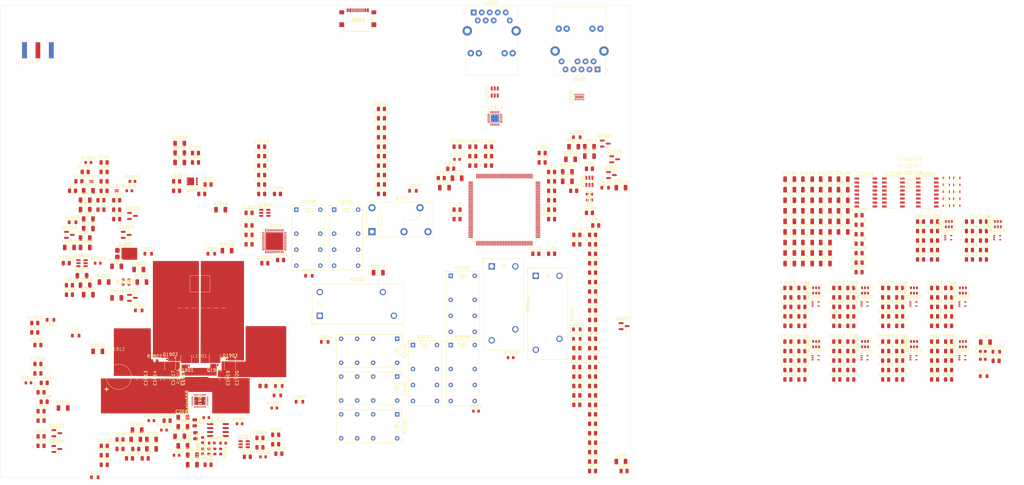
<source format=kicad_pcb>
(kicad_pcb (version 20241229) (generator "pcbnew") (generator_version "9.0")
  (layers (0 "F.Cu" signal) (4 "In1.Cu" power) (6 "In2.Cu" signal) (8 "In3.Cu" signal) (10 "In4.Cu" power) (2 "B.Cu" signal) (13 "F.Paste" user) (15 "B.Paste" user) (5 "F.SilkS" user "F.Silkscreen") (7 "B.SilkS" user "B.Silkscreen") (1 "F.Mask" user) (3 "B.Mask" user) (25 "Edge.Cuts" user))
  (property "PROJECTNAME" "NexRig")
  (property "SHEETTOTAL" "1")
  (net 0 "")
  (net 1 "Net-(D1801-A-Pad1)")
  (net 2 "+12V")
  (net 3 "Net-(J701-In)")
  (net 4 "/microcontroller/Ethernet/LEDYA")
  (net 5 "/microcontroller/Ethernet/LEDGA")
  (net 6 "/Antenna Tuner, TR Relay/AntRx")
  (net 7 "/Antenna Tuner, TR Relay/AntTx")
  (net 8 "/Antenna Tuner, TR Relay/TxRelay")
  (net 9 "Net-(IC2101-OUT1)")
  (net 10 "/Tx Chain/PA Tanks/PAdrain")
  (net 11 "Net-(IC2101-OUT2)")
  (net 12 "Net-(IC2101-OUT3)")
  (net 13 "/USB/C-USBVBUS")
  (net 14 "Net-(Q1901-G)")
  (net 15 "Net-(Q1902-G)")
  (net 16 "/Power/Tx EER Envelope Buck-Boost/HDRV2")
  (net 17 "Veer")
  (net 18 "/Power/Tx EER Envelope Buck-Boost/LDRV2")
  (net 19 "/Tx Chain/Band.80m")
  (net 20 "/Tx Chain/Band.160m")
  (net 21 "/Tx Chain/Tx FPGA/PAgate")
  (net 22 "12V")
  (net 23 "Net-(U401-OUTH)")
  (net 24 "Net-(U401-OUTL)")
  (net 25 "+5V")
  (net 26 "Net-(U1801-OUT)")
  (net 27 "Net-(U1801-EN)")
  (net 28 "FPGA1V2")
  (net 29 "/Power/FPGA1V2enable")
  (net 31 "Net-(U1803-EN)")
  (net 32 "+3.3VA")
  (net 33 "Net-(U1804-EN)")
  (net 34 "Net-(U1804-SW)")
  (net 35 "Net-(U1804-FB)")
  (net 36 "Net-(U1804-CB)")
  (net 37 "Net-(U1805-CB)")
  (net 38 "VBUS")
  (net 39 "Net-(U1805-FB)")
  (net 40 "Net-(U1805-EN)")
  (net 41 "/Power/VBUSsw")
  (net 42 "/Power/EERVdd")
  (net 43 "Net-(U1901-FB)")
  (net 44 "Net-(U1902-1-+)")
  (net 45 "Net-(U1902-2-+)")
  (net 46 "Net-(U1902-1--)")
  (net 47 "/Tx Chain/Tx FPGA/TxPh.SCK")
  (net 48 "3.3V")
  (net 49 "/Tx Chain/Tx FPGA/TxPh.MOSI")
  (net 50 "/Tx Chain/STM32clock")
  (net 51 "nRESET")
  (net 52 "/Rx Front End/RxPh1")
  (net 53 "/Tx Chain/Tx FPGA/TxPh.NSS")
  (net 54 "/Tx Chain/CDONE")
  (net 55 "/Tx Chain/Tx FPGA/TxPh.MISO")
  (net 56 "/Rx Front End/RxPh0")
  (net 57 "/Tx Chain/Tx FPGA/VPP_2V5")
  (net 58 "+3.3V")
  (net 59 "/microcontroller/EthTxEnable")
  (net 60 "/microcontroller/EthTXD0")
  (net 61 "/microcontroller/EthMDC")
  (net 62 "/microcontroller/EthMDIO")
  (net 63 "/microcontroller/EthTXD1")
  (net 64 "/microcontroller/SDCard/SDCardD0")
  (net 65 "/microcontroller/SDD0")
  (net 66 "/microcontroller/SDCMD")
  (net 67 "/microcontroller/SDD2")
  (net 68 "/microcontroller/SDCard/SDCardD2")
  (net 69 "/microcontroller/SDD3")
  (net 70 "/microcontroller/SDCard/SDCardCLK")
  (net 71 "/microcontroller/SDCLK")
  (net 72 "/microcontroller/SDD1")
  (net 73 "/microcontroller/SDCard/SDCardCMD")
  (net 74 "/microcontroller/SDCard/SDCardD3")
  (net 75 "/microcontroller/SDCard/SDCardD1")
  (net 76 "+SDCARDVDD")
  (net 77 "Net-(Y202-TRI-STATE)")
  (net 78 "Net-(Y202-OUTPUT)")
  (net 79 "Net-(U202-VDD15)")
  (net 80 "Net-(U202-VDDIO)")
  (net 81 "Net-(C204-Pad1)")
  (net 82 "Net-(C205-Pad1)")
  (net 83 "Net-(C207-Pad1)")
  (net 84 "Net-(C208-Pad1)")
  (net 85 "/microcontroller/VREF")
  (net 86 "Net-(U201-3-VCAP2)")
  (net 87 "/microcontroller/VDD33USB")
  (net 88 "Net-(U201-3-VCAP1)")
  (net 89 "Net-(U302-FB)")
  (net 90 "Net-(U302-OUT)")
  (net 91 "Net-(U301-OUT)")
  (net 92 "Net-(T301-AA)")
  (net 93 "Net-(T301-AB)")
  (net 94 "Net-(U302-NR_SS)")
  (net 95 "+6V")
  (net 96 "/DACACD/RxIp")
  (net 97 "/DACACD/RxIn")
  (net 98 "/DACACD/RxQp")
  (net 99 "/DACACD/RxQn")
  (net 100 "Net-(U501-1-MIC1LP{slash}LINE1LP)")
  (net 101 "Net-(U501-1-MIC1RP{slash}LINE1RP)")
  (net 102 "Net-(U501-1-MIC1LM{slash}LINE1LM)")
  (net 103 "Net-(U501-1-MIC1RM{slash}LINE1RM)")
  (net 104 "+1.8V")
  (net 105 "Net-(U601-VPWR)")
  (net 106 "Net-(U601-VBIAS)")
  (net 107 "Net-(IC801-J3)")
  (net 108 "Net-(IC901-J3)")
  (net 109 "Net-(IC1001-J3)")
  (net 110 "Net-(IC1101-J3)")
  (net 111 "Net-(IC1201-J3)")
  (net 112 "Net-(IC1301-J3)")
  (net 113 "Net-(IC1401-J3)")
  (net 114 "Net-(IC1501-J3)")
  (net 115 "Net-(IC1601-J3)")
  (net 116 "Net-(IC1701-J3)")
  (net 117 "/Power/Tx EER Envelope Buck-Boost/SOFTSTART")
  (net 118 "Net-(U1901-DITH)")
  (net 119 "Net-(U1901-VIN)")
  (net 120 "Net-(U1901-BIAS)")
  (net 121 "Net-(U1901-VCC)")
  (net 122 "Net-(U1901-SW1)")
  (net 123 "Net-(U1901-BOOT1)")
  (net 124 "Net-(U1901-SW2)")
  (net 125 "Net-(U1901-BOOT2)")
  (net 126 "/Power/Tx EER Envelope Buck-Boost/CS")
  (net 127 "Net-(U2201-4-VCCPLL)")
  (net 128 "Net-(U2301-VDDCR)")
  (net 129 "Net-(U2301-VDD1A)")
  (net 131 "Net-(J2301-Pad12)")
  (net 133 "Net-(J2301-Pad14)")
  (net 134 "Net-(C2312-Pad1)")
  (net 135 "Net-(K2001-Pad13)")
  (net 136 "Net-(IC2001-OUT1)")
  (net 137 "Net-(K2002-Pad13)")
  (net 138 "Net-(IC2001-OUT2)")
  (net 139 "Net-(IC2001-OUT3)")
  (net 140 "Net-(K2003-Pad13)")
  (net 141 "Net-(C2114-Pad2)")
  (net 142 "Net-(C2101-Pad1)")
  (net 143 "Net-(C2115-Pad2)")
  (net 144 "Net-(C2102-Pad1)")
  (net 145 "Net-(C2103-Pad1)")
  (net 146 "Net-(C2116-Pad2)")
  (net 147 "Net-(C2139-Pad2)")
  (net 148 "Net-(IC2101-OUT6)")
  (net 149 "Net-(C2124-Pad1)")
  (net 150 "Net-(IC2101-OUT5)")
  (net 151 "Net-(C2138-Pad2)")
  (net 152 "Net-(C2123-Pad1)")
  (net 153 "Net-(C2122-Pad1)")
  (net 154 "Net-(IC2102-OUT2)")
  (net 155 "Net-(C2137-Pad2)")
  (net 156 "Net-(C2135-Pad2)")
  (net 157 "Net-(C2120-Pad1)")
  (net 158 "Net-(IC2101-OUT4)")
  (net 159 "Net-(IC2101-OUT7)")
  (net 160 "Net-(C2136-Pad2)")
  (net 161 "Net-(C2121-Pad1)")
  (net 162 "Net-(Q2001-D)")
  (net 163 "Net-(Q2002-D)")
  (net 164 "Net-(Q2003-D)")
  (net 165 "Net-(Q2004-D)")
  (net 167 "Net-(Q2005-D)")
  (net 168 "Net-(Q2006-D)")
  (net 169 "Net-(Q2007-D)")
  (net 170 "Net-(Q2008-D)")
  (net 171 "Net-(Q2009-D)")
  (net 172 "Net-(Q2010-D)")
  (net 178 "Net-(U2201-3-IOB_3b_G6)")
  (net 204 "Net-(U2301-RXER{slash}PHYAD0)")
  (net 205 "Net-(U2301-RXD0{slash}MODE0)")
  (net 206 "Net-(U2301-XTAL1{slash}CLKIN)")
  (net 207 "Net-(U2301-XTAL2)")
  (net 208 "Net-(U2301-RXD1{slash}MODE1)")
  (net 209 "Net-(U2301-CRS_DV{slash}MODE2)")
  (net 210 "Net-(U2301-~{INT}{slash}REFCLKO)")
  (net 211 "Net-(U2301-RBIAS)")
  (net 215 "Net-(C2301-Pad2)")
  (net 216 "Net-(C2302-Pad2)")
  (net 217 "Net-(U1901-COMP)")
  (net 218 "Net-(C1902-Pad1)")
  (net 219 "Net-(U1901-SLOPE)")
  (net 220 "Net-(D2001-K)")
  (net 221 "Net-(D2002-K)")
  (net 222 "Net-(D2003-K)")
  (net 223 "Net-(D2004-K)")
  (net 224 "Net-(D2005-K)")
  (net 225 "Net-(D2006-K)")
  (net 226 "Net-(D2007-K)")
  (net 227 "Net-(D2008-K)")
  (net 228 "Net-(D2009-K)")
  (net 229 "Net-(D2010-K)")
  (net 230 "Net-(L2001-Pad1)")
  (net 231 "Net-(L2003-Pad1)")
  (net 232 "Net-(L2004-Pad1)")
  (net 233 "Net-(L2011-Pad1)")
  (net 234 "Net-(L2012-Pad1)")
  (net 235 "Net-(L2013-Pad1)")
  (net 236 "Net-(L2014-Pad1)")
  (net 237 "Net-(L2015-Pad1)")
  (net 238 "/Tx Chain/PA Tanks/PAtankSel.C7")
  (net 239 "/Tx Chain/PA Tanks/PAtankSel.C6")
  (net 240 "/Tx Chain/PA Tanks/PAtankSel.C5")
  (net 241 "/Tx Chain/PA Tanks/PAtankSel.C3")
  (net 242 "/Tx Chain/PA Tanks/PAtankSel.C2")
  (net 243 "/Tx Chain/PA Tanks/PAtankSel.C1")
  (net 244 "/Tx Chain/PA Tanks/PAtankSel.C0")
  (net 245 "Net-(L401-Pad3)")
  (net 246 "Net-(Q401-G)")
  (net 247 "/Rx Front End/TxSample")
  (net 248 "/Power/Tx EER Envelope Buck-Boost/SWFREQ")
  (net 249 "/Power/Tx EER Envelope Buck-Boost/HICCUP")
  (net 250 "/Power/TxAmplitude")
  (net 251 "Net-(R1906-Pad1)")
  (net 252 "/Power/TxPGOOD")
  (net 253 "Net-(L2005-Pad1)")
  (net 254 "Net-(L2007-Pad1)")
  (net 255 "Net-(L2009-Pad1)")
  (net 257 "/microcontroller/PAtankSel.C7")
  (net 259 "/microcontroller/Band.17m")
  (net 260 "Net-(U201-2-PF1)")
  (net 261 "/microcontroller/USBD0")
  (net 262 "/microcontroller/USBD6")
  (net 263 "/microcontroller/Band.40m")
  (net 265 "/microcontroller/PAtankSel.C6")
  (net 266 "/microcontroller/AntRevV")
  (net 267 "/microcontroller/DbgUARTTx")
  (net 268 "Net-(U201-2-PF6)")
  (net 270 "/Antenna Tuner, TR Relay/TxEnable")
  (net 272 "/microcontroller/USBNXT")
  (net 273 "/microcontroller/USBCLK")
  (net 274 "/microcontroller/Band.80m")
  (net 275 "/microcontroller/TxPh.SCK")
  (net 276 "/microcontroller/USBD3")
  (net 277 "/microcontroller/PAtankSel.L3")
  (net 279 "/microcontroller/Band.20m")
  (net 280 "Net-(U201-2-PF2)")
  (net 281 "/microcontroller/EthCLK")
  (net 282 "/microcontroller/USBD2")
  (net 283 "Net-(U201-2-PG14)")
  (net 284 "/DACACD/AudioMCLK")
  (net 285 "/microcontroller/PAtankSel.L2")
  (net 286 "/microcontroller/Band.15m")
  (net 291 "/microcontroller/Band.160m")
  (net 292 "/USB/nUSBFault")
  (net 297 "/microcontroller/TxPh.MOSI")
  (net 298 "Net-(U201-2-PF0)")
  (net 299 "/microcontroller/SWCL")
  (net 303 "/DACACD/AudioBCLK")
  (net 304 "/microcontroller/EthCRS_DV")
  (net 305 "/microcontroller/USBDIR")
  (net 306 "/DACACD/AudioDIN")
  (net 307 "/microcontroller/Band.12m")
  (net 308 "/microcontroller/SDpresent")
  (net 309 "/microcontroller/BOOT0")
  (net 310 "/microcontroller/USBD7")
  (net 311 "/DACACD/AudioSDA")
  (net 312 "/microcontroller/PAtankSel.L1")
  (net 313 "Net-(U201-2-PF3)")
  (net 314 "Net-(U201-1-PC15-OSC32_OUT)")
  (net 317 "/microcontroller/USBD4")
  (net 318 "/microcontroller/SWDIO")
  (net 321 "/microcontroller/TxPh.NSS")
  (net 322 "/DACACD/AUDIOnRESET")
  (net 323 "/microcontroller/PAtankSel.C5")
  (net 325 "/microcontroller/PAtankSel.C4")
  (net 326 "/microcontroller/DbgUARTRx")
  (net 327 "/microcontroller/Band.60m")
  (net 328 "Net-(U201-1-PC14-OSC32_IN)")
  (net 329 "Net-(U201-2-PF5)")
  (net 330 "/microcontroller/USBD5")
  (net 332 "Net-(U201-2-PG10)")
  (net 333 "Net-(U201-2-PF4)")
  (net 335 "/microcontroller/PAtankSel.C2")
  (net 336 "/DACACD/AudioSCL")
  (net 337 "/microcontroller/PAtankSel.C3")
  (net 338 "Net-(U201-2-PG15)")
  (net 339 "/microcontroller/TxPh.MISO")
  (net 340 "/microcontroller/Band.30m")
  (net 342 "/microcontroller/EthRXD1")
  (net 343 "/microcontroller/EthRXD0")
  (net 344 "/DACACD/AudioWCLK")
  (net 345 "/microcontroller/USBSTP")
  (net 347 "/microcontroller/AntFwdV")
  (net 348 "/microcontroller/PAtankSel.C1")
  (net 353 "/microcontroller/USBD1")
  (net 354 "/microcontroller/Band.10m")
  (net 355 "/microcontroller/PAtankSel.C0")
  (net 356 "Net-(U1901-ISNS+)")
  (net 357 "GND")
  (net 358 "/Power/Tx EER Envelope Buck-Boost/SW1")
  (net 359 "/Power/Tx EER Envelope Buck-Boost/SW2")
  (net 360 "/Power/Tx EER Envelope Buck-Boost/PA_SENSE")
  (net 361 "/microcontroller/Ethernet/EthTx-")
  (net 362 "/microcontroller/Ethernet/EthTx+")
  (net 363 "/microcontroller/Ethernet/EthRx-")
  (net 364 "/microcontroller/Ethernet/EthRx+")
  (net 365 "Net-(C803-Pad2)")
  (net 366 "Net-(IC801-J1)")
  (net 367 "Net-(C806-Pad2)")
  (net 368 "Net-(C810-Pad2)")
  (net 369 "/Rx Front End/BPF1/BPFout")
  (net 370 "Net-(C903-Pad2)")
  (net 371 "Net-(IC901-J1)")
  (net 372 "Net-(C906-Pad2)")
  (net 373 "Net-(C910-Pad2)")
  (net 374 "/Rx Front End/BPF2/BPFout")
  (net 375 "Net-(C1003-Pad2)")
  (net 376 "Net-(IC1001-J1)")
  (net 377 "Net-(C1006-Pad2)")
  (net 378 "Net-(C1010-Pad2)")
  (net 379 "/Rx Front End/BPF3/BPFout")
  (net 380 "Net-(C1103-Pad2)")
  (net 381 "Net-(IC1101-J1)")
  (net 382 "Net-(C1106-Pad2)")
  (net 383 "Net-(C1110-Pad2)")
  (net 384 "/Rx Front End/BPF4/BPFout")
  (net 385 "Net-(IC1201-J1)")
  (net 386 "Net-(C1203-Pad2)")
  (net 387 "Net-(C1206-Pad2)")
  (net 388 "Net-(C1210-Pad2)")
  (net 389 "/Rx Front End/BPF5/BPFout")
  (net 390 "Net-(IC1301-J1)")
  (net 391 "Net-(C1303-Pad2)")
  (net 392 "Net-(C1306-Pad2)")
  (net 393 "Net-(C1310-Pad2)")
  (net 394 "/Rx Front End/BPF6/BPFout")
  (net 395 "Net-(IC1401-J1)")
  (net 396 "Net-(C1403-Pad2)")
  (net 397 "Net-(C1406-Pad2)")
  (net 398 "Net-(C1410-Pad2)")
  (net 399 "/Rx Front End/BPF7/BPFout")
  (net 400 "Net-(C1503-Pad2)")
  (net 401 "Net-(IC1501-J1)")
  (net 402 "Net-(C1506-Pad2)")
  (net 403 "Net-(C1510-Pad2)")
  (net 404 "/Rx Front End/BPF8/BPFout")
  (net 405 "Net-(C1603-Pad2)")
  (net 406 "Net-(IC1601-J1)")
  (net 407 "Net-(C1606-Pad2)")
  (net 408 "Net-(C1610-Pad2)")
  (net 409 "/Rx Front End/BPF9/BPFout")
  (net 410 "Net-(C1703-Pad2)")
  (net 411 "Net-(IC1701-J1)")
  (net 412 "Net-(C1706-Pad2)")
  (net 413 "Net-(C1710-Pad2)")
  (net 414 "/Rx Front End/BPF10/BPFout")
  (net 415 "Net-(C2104-Pad2)")
  (net 416 "Net-(C2105-Pad2)")
  (net 417 "Net-(C2106-Pad2)")
  (net 418 "Net-(C2125-Pad2)")
  (net 419 "Net-(C2126-Pad2)")
  (net 420 "Net-(C2127-Pad2)")
  (net 421 "Net-(C2128-Pad2)")
  (net 422 "Net-(C2129-Pad2)")
  (net 423 "Net-(FB301-Pad2)")
  (net 424 "/Rx Front End/Band.160m")
  (net 425 "/Rx Front End/BPF1/BPFdisable")
  (net 427 "/Rx Front End/BPF2/BPFdisable")
  (net 428 "/Rx Front End/Band.80m")
  (net 430 "/Rx Front End/Band.60m")
  (net 431 "/Rx Front End/BPF3/BPFdisable")
  (net 433 "/Rx Front End/Band.40m")
  (net 434 "/Rx Front End/BPF4/BPFdisable")
  (net 436 "/Rx Front End/Band.30m")
  (net 437 "/Rx Front End/BPF5/BPFdisable")
  (net 439 "/Rx Front End/BPF6/BPFdisable")
  (net 440 "/Rx Front End/Band.20m")
  (net 442 "/Rx Front End/BPF7/BPFdisable")
  (net 443 "/Rx Front End/Band.17m")
  (net 445 "/Rx Front End/BPF8/BPFdisable")
  (net 446 "/Rx Front End/Band.15m")
  (net 448 "/Rx Front End/Band.12m")
  (net 449 "/Rx Front End/BPF9/BPFdisable")
  (net 451 "/Rx Front End/Band.10m")
  (net 452 "/Rx Front End/BPF10/BPFdisable")
  (net 455 "/Tx Chain/PA Tanks/PAtankSel.L1")
  (net 458 "/Tx Chain/PA Tanks/PAtankSel.L3")
  (net 462 "/Tx Chain/PA Tanks/PAtankSel.L2")
  (net 463 "/Tx Chain/Tx LPFs/Band.17m")
  (net 464 "/Tx Chain/Tx LPFs/Band.20m")
  (net 465 "/Tx Chain/Tx LPFs/Band.80m")
  (net 466 "/Tx Chain/Tx LPFs/Band.30m")
  (net 467 "/Tx Chain/Tx LPFs/Band.160m")
  (net 468 "/Tx Chain/Tx LPFs/Band.60m")
  (net 469 "/Tx Chain/Tx LPFs/Band.40m")
  (net 470 "/Tx Chain/Tx LPFs/Band.15m")
  (net 472 "/Tx Chain/Tx LPFs/Band.12m")
  (net 473 "/Tx Chain/Tx LPFs/Band.10m")
  (net 481 "/USB/C-USBCC2")
  (net 483 "/USB/C-USBD-")
  (net 484 "/USB/C-USBD+")
  (net 486 "/USB/C-USBCC1")
  (footprint "Capacitor_SMD:C_1206_3216Metric" (layer "F.Cu") (at 72 152)
    (property "Reference" "R2007")
    (property "Value" "10k")
  )
  (footprint "Capacitor_SMD:C_0805_2012Metric" (layer "F.Cu") (at 315.97 107.86)
    (property "Reference" "C1510")
    (property "Value" "36pF")
  )
  (footprint "Package_SO:JEITA_SOIC-16_3.9x9.9mm_P1.27mm" (layer "F.Cu") (at 289.71 74.555)
    (property "Reference" "IC2101")
    (property "Value" "TPL7407LADR")
  )
  (footprint "Capacitor_SMD:C_0805_2012Metric" (layer "F.Cu") (at 300.45 127.92)
    (property "Reference" "C1311")
    (property "Value" "270pF")
  )
  (footprint "Capacitor_SMD:C_0805_2012Metric" (layer "F.Cu") (at 136 66)
    (property "Reference" "C1601")
    (property "Value" "0.1uF")
  )
  (footprint "Package_TO_SOT_SMD:SOT-353_SC-70-5" (layer "F.Cu") (at 320.32 109.965)
    (property "Reference" "IC1502")
    (property "Value" "MC74HC1G04DFT2G-Q")
  )
  (footprint "Capacitor_SMD:C_0805_2012Metric" (layer "F.Cu") (at 202 81)
    (property "Reference" "C225")
    (property "Value" "2.2uF")
  )
  (footprint "Capacitor_SMD:C_0805_2012Metric" (layer "F.Cu") (at 48.05 155)
    (property "Reference" "C2108")
    (property "Value" "10uF 25V")
  )
  (footprint "Capacitor_SMD:C_0805_2012Metric" (layer "F.Cu") (at 327.03 86.79)
    (property "Reference" "C1710")
    (property "Value" "24pF")
  )
  (footprint "Capacitor_SMD:C_0805_2012Metric" (layer "F.Cu") (at 322.58 86.79)
    (property "Reference" "C1704")
    (property "Value" "27pF")
  )
  (footprint "Capacitor_SMD:C_1206_3216Metric" (layer "F.Cu") (at 73 155)
    (property "Reference" "R2019")
    (property "Value" "10k")
  )
  (footprint "Package_TO_SOT_SMD:SOT-23" (layer "F.Cu") (at 33 151)
    (property "Reference" "Q2002")
    (property "Value" "2N7002")
  )
  (footprint "Capacitor_SMD:C_0805_2012Metric" (layer "F.Cu") (at 327.03 83.78)
    (property "Reference" "C1708")
    (property "Value" "510pF")
  )
  (footprint "Capacitor_SMD:C_0805_2012Metric" (layer "F.Cu") (at 37 104)
    (property "Reference" "C312")
    (property "Value" "33nF")
  )
  (footprint "Capacitor_SMD:C_0805_2012Metric" (layer "F.Cu") (at 296 113.88)
    (property "Reference" "C1006")
    (property "Value" "200pF")
  )
  (footprint "Capacitor_SMD:C_1206_3216Metric" (layer "F.Cu") (at 271.21 93.76)
    (property "Reference" "C2121")
    (property "Value" "140pF")
  )
  (footprint "Capacitor_SMD:C_1206_3216Metric" (layer "F.Cu") (at 276.86 80.36)
    (property "Reference" "C2131")
    (property "Value" "226pF")
  )
  (footprint "Capacitor_SMD:C_1206_3216Metric" (layer "F.Cu") (at 271.21 97.11)
    (property "Reference" "C2122")
    (property "Value" "105pF")
  )
  (footprint "Capacitor_SMD:C_0805_2012Metric" (layer "F.Cu") (at 315.97 110.87)
    (property "Reference" "C1511")
    (property "Value" "620pF")
  )
  (footprint "Capacitor_SMD:C_1206_3216Metric" (layer "F.Cu") (at 48 103)
    (property "Reference" "R2013")
    (property "Value" "10k")
  )
  (footprint "Capacitor_SMD:C_1206_3216Metric" (layer "F.Cu") (at 276.86 83.71)
    (property "Reference" "C2132")
    (property "Value" "162pF")
  )
  (footprint "Capacitor_SMD:C_0805_2012Metric" (layer "F.Cu") (at 311.52 133.94)
    (property "Reference" "C807")
    (property "Value" "820pF")
  )
  (footprint "Capacitor_SMD:C_0805_2012Metric" (layer "F.Cu") (at 327.03 89.8)
    (property "Reference" "C1711")
    (property "Value" "560pF")
  )
  (footprint "Capacitor_SMD:C_1206_3216Metric" (layer "F.Cu") (at 72 62)
    (property "Reference" "C2001")
    (property "Value" "620pF")
  )
  (footprint "Relay_THT:Relay_DPDT_Omron_G5V-2" (layer "F.Cu") (at 146 123)
    (property "Reference" "K2107")
    (property "Value" "G5V-2_Split")
  )
  (footprint "Capacitor_SMD:C_0805_2012Metric" (layer "F.Cu") (at 71 74)
    (property "Reference" "C601")
    (property "Value" ".1uF 100V")
  )
  (footprint "Capacitor_SMD:C_0805_2012Metric" (layer "F.Cu") (at 311.51 86.79)
    (property "Reference" "C910")
    (property "Value" "560pF")
  )
  (footprint "Capacitor_SMD:C_0805_2012Metric" (layer "F.Cu") (at 198 127)
    (property "Reference" "C207")
    (property "Value" "6pF")
  )
  (footprint "Capacitor_SMD:C_0805_2012Metric" (layer "F.Cu") (at 280.48 116.89)
    (property "Reference" "C1607")
    (property "Value" "DNP")
  )
  (footprint "Library:SOT-6" (layer "F.Cu") (at 304.985 105.655)
    (property "Reference" "IC1001")
    (property "Value" "AS169-73LF")
  )
  (footprint "Capacitor_SMD:C_0805_2012Metric" (layer "F.Cu") (at 165 63)
    (property "Reference" "C219")
    (property "Value" "1uF")
  )
  (footprint "Capacitor_SMD:C_0805_2012Metric" (layer "F.Cu") (at 136 63)
    (property "Reference" "C901")
    (property "Value" "0.1uF")
  )
  (footprint "Capacitor_SMD:C_0805_2012Metric" (layer "F.Cu") (at 28 152)
    (property "Reference" "C514")
    (property "Value" "1uF")
  )
  (footprint "Package_DFN_QFN:VQFN-24-1EP_4x4mm_P0.5mm_EP2.5x2.5mm_ThermalVias" (layer "F.Cu") (at 172 51)
    (property "Reference" "U2301")
    (property "Value" "LAN8742A")
  )
  (footprint "Capacitor_SMD:C_0805_2012Metric" (layer "F.Cu") (at 48 74)
    (property "Reference" "C508")
    (property "Value" "0.1uF")
  )
  (footprint "Capacitor_SMD:C_0805_2012Metric" (layer "F.Cu") (at 307.06 86.79)
    (property "Reference" "C904")
    (property "Value" "330pF")
  )
  (footprint "Capacitor_SMD:C_1206_3216Metric" (layer "F.Cu") (at 63.05 156)
    (property "Reference" "C2004")
    (property "Value" "22pF")
  )
  (footprint "Resistor_SMD:R_0603_1608Metric" (layer "F.Cu") (at 177 127)
    (property "Reference" "R1905")
    (property "Value" "10k")
  )
  (footprint "Capacitor_SMD:C_0805_2012Metric" (layer "F.Cu") (at 315.97 113.88)
    (property "Reference" "C1512")
    (property "Value" "DNP")
  )
  (footprint "Capacitor_SMD:C_0805_2012Metric" (layer "F.Cu") (at 287.56 99.84)
    (property "Reference" "C2137")
    (property "Value" "40.2pF")
  )
  (footprint "Capacitor_SMD:C_0805_2012Metric" (layer "F.Cu") (at 203 163)
    (property "Reference" "C223")
    (property "Value" "2.2uF")
  )
  (footprint "Library:SOT-6" (layer "F.Cu") (at 320.505 122.705)
    (property "Reference" "IC801")
    (property "Value" "AS169-73LF")
  )
  (footprint "Capacitor_SMD:C_0805_2012Metric" (layer "F.Cu") (at 300.45 133.94)
    (property "Reference" "C1313")
    (property "Value" "62pF")
  )
  (footprint "Package_TO_SOT_SMD:SOT-23" (layer "F.Cu") (at 213 117)
    (property "Reference" "Q2007")
    (property "Value" "2N7002")
  )
  (footprint "Capacitor_SMD:C_0805_2012Metric" (layer "F.Cu") (at 269.41 130.93)
    (property "Reference" "C1112")
    (property "Value" "82pF")
  )
  (footprint "Capacitor_SMD:C_0805_2012Metric" (layer "F.Cu") (at 198 88)
    (property "Reference" "C310")
    (property "Value" "10uF")
  )
  (footprint "Capacitor_SMD:C_0805_2012Metric" (layer "F.Cu") (at 311.51 83.78)
    (property "Reference" "C908")
    (property "Value" "4700pF")
  )
  (footprint "Capacitor_SMD:C_1206_3216Metric" (layer "F.Cu") (at 76 158)
    (property "Reference" "C2025")
    (property "Value" "750pF")
  )
  (footprint "Capacitor_SMD:C_1206_3216Metric" (layer "F.Cu") (at 327.64 122.07)
    (property "Reference" "C2305")
    (property "Value" "470pF")
  )
  (footprint "Capacitor_SMD:C_0805_2012Metric" (layer "F.Cu") (at 48 68)
    (property "Reference" "C504")
    (property "Value" "1uF")
  )
  (footprint "Capacitor_SMD:C_0805_2012Metric" (layer "F.Cu") (at 203 157)
    (property "Reference" "C802")
    (property "Value" "0.1uF")
  )
  (footprint "Capacitor_SMD:C_0805_2012Metric" (layer "F.Cu") (at 331.05 128)
    (property "Reference" "C2312")
    (property "Value" "1000pF")
  )
  (footprint "Package_TO_SOT_SMD:SOT-23-6" (layer "F.Cu") (at 99 81)
    (property "Reference" "U1802")
    (property "Value" "TPS22917LDBV")
  )
  (footprint "Capacitor_SMD:C_0805_2012Metric" (layer "F.Cu") (at 155 70)
    (property "Reference" "C208")
    (property "Value" "6pF")
  )
  (footprint "Capacitor_SMD:C_0805_2012Metric" (layer "F.Cu") (at 203 115)
    (property "Reference" "C1102")
    (property "Value" "0.1uF")
  )
  (footprint "Capacitor_SMD:C_1206_3216Metric" (layer "F.Cu") (at 43 83)
    (property "Reference" "C2011")
    (property "Value" "56pF")
  )
  (footprint "Capacitor_SMD:C_0805_2012Metric" (layer "F.Cu") (at 197 74)
    (property "Reference" "C401")
    (property "Value" "1uF")
  )
  (footprint "Capacitor_SMD:C_0603_1608Metric" (layer "F.Cu") (at 326.82 127.51)
    (property "Reference" "C2302")
    (property "Value" "8.2pF")
  )
  (footprint "Capacitor_SMD:C_1206_3216Metric" (layer "F.Cu") (at 202 63)
    (property "Reference" "C2018")
    (property "Value" "39pF")
  )
  (footprint "Inductor_SMD:L_0805_2012Metric" (layer "F.Cu") (at 146 74)
    (property "Reference" "L2013")
    (property "Value" "2.2uH")
  )
  (footprint "Capacitor_SMD:C_0805_2012Metric" (layer "F.Cu") (at 190 83)
    (property "Reference" "C902")
    (property "Value" "0.1uF")
  )
  (footprint "Capacitor_SMD:C_0805_2012Metric" (layer "F.Cu") (at 203 139)
    (property "Reference" "C214")
    (property "Value" "2.2uF")
  )
  (footprint "Capacitor_SMD:C_0805_2012Metric" (layer "F.Cu") (at 190 68)
    (property "Reference" "C2112")
    (property "Value" "100nF")
  )
  (footprint "Capacitor_SMD:C_0805_2012Metric" (layer "F.Cu") (at 170 63)
    (property "Reference" "C2309")
    (property "Value" "0.1uF")
  )
  (footprint "Package_TO_SOT_SMD:SOT-353_SC-70-5" (layer "F.Cu") (at 320.32 127.015)
    (property "Reference" "IC802")
    (property "Value" "MC74HC1G04DFT2G-Q")
  )
  (footprint "Capacitor_SMD:C_0805_2012Metric" (layer "F.Cu") (at 190 80)
    (property "Reference" "C1302")
    (property "Value" "0.1uF")
  )
  (footprint "Capacitor_SMD:C_0805_2012Metric" (layer "F.Cu") (at 307.06 89.8)
    (property "Reference" "C905")
    (property "Value" "4700pF")
  )
  (footprint "symbols:ECS2033250BN" (layer "F.Cu") (at 202 76 90)
    (property "Reference" "Y202")
    (property "Value" "ECS-2033-250-BN" (hide yes))
  )
  (footprint "Capacitor_SMD:C_0805_2012Metric" (layer "F.Cu") (at 300.45 110.87)
    (property "Reference" "C1011")
    (property "Value" "2400pF")
  )
  (footprint "Inductor_SMD:L_0805_2012Metric" (layer "F.Cu") (at 198 118)
    (property "Reference" "L2006")
    (property "Value" "500nH")
  )
  (footprint "Capacitor_SMD:C_1206_3216Metric" (layer "F.Cu") (at 43 107)
    (property "Reference" "R2004")
    (property "Value" "47")
  )
  (footprint "Capacitor_SMD:C_0805_2012Metric" (layer "F.Cu") (at 264.96 124.91)
    (property "Reference" "C1104")
    (property "Value" "82pF")
  )
  (footprint "Library:SC-79" (layer "F.Cu") (at 318.558606 76.532212)
    (property "Reference" "D2009")
    (property "Value" "SMP1302-079LF")
  )
  (footprint "Capacitor_SMD:C_0805_2012Metric" (layer "F.Cu") (at 98 69)
    (property "Reference" "C2206")
    (property "Value" "4.7uF")
  )
  (footprint "Capacitor_SMD:C_0805_2012Metric" (layer "F.Cu") (at 311.52 121.9)
    (property "Reference" "C803")
    (property "Value" "1500pF")
  )
  (footprint "Capacitor_SMD:C_0805_2012Metric" (layer "F.Cu") (at 97.45 152.5)
    (property "Reference" "C1909")
    (property "Value" "4.7uF")
  )
  (footprint "Package_QFP:LQFP-144_20x20mm_P0.5mm" (layer "F.Cu") (at 175 80 -90)
    (property "Reference" "U201")
    (property "Value" "STM32H753ZIT6")
  )
  (footprint "Capacitor_SMD:C_0805_2012Metric" (layer "F.Cu") (at 98 72)
    (property "Reference" "C2212")
    (property "Value" ".1uF")
  )
  (footprint "Package_SO:JEITA_SOIC-16_3.9x9.9mm_P1.27mm" (layer "F.Cu") (at 309.21 74.555)
    (property "Reference" "IC2001")
    (property "Value" "TPL7407LADR")
  )
  (footprint "Capacitor_SMD:C_1206_3216Metric" (layer "F.Cu") (at 68.006603 133.502577 -90)
    (property "Reference" "C1916")
    (property "Value" "10uF 50V")
  )
  (footprint "Package_TO_SOT_SMD:SOT-353_SC-70-5" (layer "F.Cu") (at 273.76 127.015)
    (property "Reference" "IC1102")
    (property "Value" "MC74HC1G04DFT2G-Q")
  )
  (footprint "Library:SC-79" (layer "F.Cu") (at 315.246803 72.108606)
    (property "Reference" "D2002")
    (property "Value" "SMP1302-079LF")
  )
  (footprint "Package_TO_SOT_SMD:SOT-23" (layer "F.Cu") (at 57 108)
    (property "Reference" "Q2001")
    (property "Value" "2N7002")
  )
  (footprint "Package_SO:SOIC-8_3.9x4.9mm_P1.27mm" (layer "F.Cu") (at 84.125 149.995)
    (property "Reference" "U1902")
    (property "Value" "TLV9062xD")
  )
  (footprint "Capacitor_SMD:C_0805_2012Metric" (layer "F.Cu") (at 81 72)
    (property "Reference" "C2311")
    (property "Value" "0.1uF")
  )
  (footprint "Capacitor_SMD:C_0805_2012Metric" (layer "F.Cu") (at 315.97 116.89)
    (property "Reference" "C1513")
    (property "Value" "68pF")
  )
  (footprint "Capacitor_SMD:C_1206_3216Metric" (layer "F.Cu") (at 58.475 150)
    (property "Reference" "C2006")
    (property "Value" "330pF")
  )
  (footprint "Capacitor_SMD:C_0805_2012Metric" (layer "F.Cu") (at 93.45 158.5)
    (property "Reference" "C1915")
    (property "Value" "1nF")
  )
  (footprint "Capacitor_SMD:C_0805_2012Metric" (layer "F.Cu") (at 311.52 124.91)
    (property "Reference" "C804")
    (property "Value" "180pF")
  )
  (footprint "Inductor_SMD:L_0805_2012Metric" (layer "F.Cu") (at 327.09 132.88)
    (property "Reference" "FB301")
    (property "Value" "BLM21AG102SN1D")
  )
  (footprint "Capacitor_SMD:C_0805_2012Metric" (layer "F.Cu") (at 160 83)
    (property "Reference" "C2401")
    (property "Value" "1uF")
  )
  (footprint "Capacitor_SMD:C_0805_2012Metric" (layer "F.Cu") (at 28 147)
    (property "Reference" "C503")
    (property "Value" ".1uF")
  )
  (footprint "Resistor_SMD:R_0603_1608Metric" (layer "F.Cu") (at 46 97)
    (property "Reference" "R1803")
    (property "Value" "0")
  )
  (footprint "Resistor_SMD:R_1206_3216Metric" (layer "F.Cu") (at 212 160)
    (property "Reference" "R401")
    (property "Value" "6.8")
  )
  (footprint "Capacitor_SMD:C_0805_2012Metric" (layer "F.Cu") (at 160 60)
    (property "Reference" "C2308")
    (property "Value" "0.1uF")
  )
  (footprint "Capacitor_SMD:C_0805_2012Metric" (layer "F.Cu") (at 203 142)
    (property "Reference" "C202")
    (property "Value" "2.2uF")
  )
  (footprint "Capacitor_SMD:C_1206_3216Metric" (layer "F.Cu") (at 35 143)
    (property "Reference" "R2012")
    (property "Value" "47")
  )
  (footprint "Capacitor_SMD:C_1206_3216Metric" (layer "F.Cu") (at 271.21 80.36)
    (property "Reference" "C2117")
    (property "Value" "1210pF")
  )
  (footprint "Relay_THT:Relay_DPDT_Omron_G5V-2" (layer "F.Cu") (at 141 145 -90)
    (property "Reference" "K2103")
    (property "Value" "G5V-2_Split")
  )
  (footprint "Library:SOT-6" (layer "F.Cu") (at 273.945 105.655)
    (property "Reference" "IC1401")
    (property "Value" "AS169-73LF")
  )
  (footprint "Package_TO_SOT_SMD:Nexperia_CFP15_SOT-1289" (layer "F.Cu") (at 55 94)
    (property "Reference" "D1801")
    (property "Value" "PMEG45T15EPD")
  )
  (footprint "Capacitor_SMD:C_1206_3216Metric" (layer "F.Cu") (at 197 60)
    (property "Reference" "R2010")
    (property "Value" "47")
  )
  (footprint "Capacitor_SMD:C_0805_2012Metric" (layer "F.Cu") (at 287.56 93.82)
    (property "Reference" "C2129")
    (property "Value" "40.2pF")
  )
  (footprint "Capacitor_SMD:C_0805_2012Metric" (layer "F.Cu") (at 284.93 121.9)
    (property "Reference" "C1208")
    (property "Value" "680pF")
  )
  (footprint "Package_TO_SOT_SMD:SOT-23" (layer "F.Cu") (at 210 64)
    (property "Reference" "Q2009")
    (property "Value" "2N7002")
  )
  (footprint "Capacitor_SMD:C_0805_2012Metric" (layer "F.Cu") (at 203 151)
    (property "Reference" "C1402")
    (property "Value" "0.1uF")
  )
  (footprint "Capacitor_SMD:C_0805_2012Metric" (layer "F.Cu") (at 269.41 113.88)
    (property "Reference" "C1412")
    (property "Value" "24pF")
  )
  (footprint "Package_TO_SOT_SMD:SOT-353_SC-70-5" (layer "F.Cu") (at 289.28 127.015)
    (property "Reference" "IC1202")
    (property "Value" "MC74HC1G04DFT2G-Q")
  )
  (footprint "Capacitor_SMD:C_0805_2012Metric" (layer "F.Cu") (at 284.93 110.87)
    (property "Reference" "C1611")
    (property "Value" "820pF")
  )
  (footprint "Library:USB421603A" (layer "F.Cu") (at 128.5 20)
    (property "Reference" "J602")
    (property "Value" "USB4216-03-A" (hide yes))
  )
  (footprint "Capacitor_SMD:C_0805_2012Metric" (layer "F.Cu") (at 27 123)
    (property "Reference" "C1801")
    (property "Value" "1uF")
  )
  (footprint "Capacitor_SMD:C_0805_2012Metric" (layer "F.Cu") (at 136 48)
    (property "Reference" "C1701")
    (property "Value" "0.1uF")
  )
  (footprint "Capacitor_SMD:C_0805_2012Metric" (layer "F.Cu") (at 29 141)
    (property "Reference" "C1906")
    (property "Value" "0.1uF")
  )
  (footprint "Package_TO_SOT_SMD:SOT-23" (layer "F.Cu") (at 33 156)
    (property "Reference" "Q2006")
    (property "Value" "2N7002")
  )
  (footprint "Capacitor_SMD:C_0805_2012Metric" (layer "F.Cu") (at 94 91)
    (property "Reference" "C2205")
    (property "Value" "4.7uF")
  )
  (footprint "Capacitor_SMD:C_0805_2012Metric" (layer "F.Cu") (at 28 138)
    (property "Reference" "C1901")
    (property "Value" "10pF")
  )
  (footprint "Capacitor_SMD:C_0805_2012Metric" (layer "F.Cu") (at 280.48 113.88)
    (property "Reference" "C1606")
    (property "Value" "15pF")
  )
  (footprint "Capacitor_SMD:C_0805_2012Metric" (layer "F.Cu") (at 52 83)
    (property "Reference" "C511")
    (property "Value" "0.1uF")
  )
  (footprint "Capacitor_SMD:C_0805_2012Metric" (layer "F.Cu") (at 269.41 104.85)
    (property "Reference" "C1408")
    (property "Value" "820pF")
  )
  (footprint "Capacitor_SMD:C_0805_2012Metric" (layer "F.Cu") (at 203 88)
    (property "Reference" "C209")
    (property "Value" "100nF")
  )
  (footprint "Capacitor_SMD:C_0805_2012Metric" (layer "F.Cu") (at 300.45 116.89)
    (property "Reference" "C1013")
    (property "Value" "330pF")
  )
  (footprint "Capacitor_SMD:C_0805_2012Metric" (layer "F.Cu") (at 269.41 121.9)
    (property "Reference" "C1108")
    (property "Value" "1300pF")
  )
  (footprint "Package_TO_SOT_SMD:SOT-353_SC-70-5" (layer "F.Cu") (at 304.8 109.965)
    (property "Reference" "IC1002")
    (property "Value" "MC74HC1G04DFT2G-Q")
  )
  (footprint "Capacitor_SMD:C_0805_2012Metric" (layer "F.Cu") (at 280.48 104.85)
    (property "Reference" "C1603")
    (property "Value" "39pF")
  )
  (footprint "Capacitor_SMD:C_0805_2012Metric" (layer "F.Cu") (at 264.96 127.92)
    (property "Reference" "C1105")
    (property "Value" "1300pF")
  )
  (footprint "Inductor_SMD:L_0805_2012Metric" (layer "F.Cu") (at 45.05 165)
    (property "Reference" "L2015")
    (property "Value" "2.2uH")
  )
  (footprint "Package_TO_SOT_SMD:SOT-23" (layer "F.Cu") (at 209 69)
    (property "Reference" "Q2004")
    (property "Value" "2N7002")
  )
  (footprint "Inductor_SMD:L_0805_2012Metric" (layer "F.Cu") (at 198 57)
    (property "Reference" "L2009")
    (property "Value" "2.2uH")
  )
  (footprint "Capacitor_SMD:C_0805_2012Metric" (layer "F.Cu") (at 327.03 92.81)
    (property "Reference" "C1712")
    (property "Value" "27pF")
  )
  (footprint "Capacitor_SMD:C_0805_2012Metric" (layer "F.Cu") (at 296 127.92)
    (property "Reference" "C1305")
    (property "Value" "270pF")
  )
  (footprint "Capacitor_SMD:C_0805_2012Metric" (layer "F.Cu") (at 322.58 89.8)
    (property "Reference" "C1705")
    (property "Value" "560pF")
  )
  (footprint "Resistor_SMD:R_0603_1608Metric" (layer "F.Cu") (at 79.3 156.775 90)
    (property "Reference" "R1909")
    (property "Value" "10k")
  )
  (footprint "Capacitor_SMD:C_0805_2012Metric" (layer "F.Cu") (at 28 144)
    (property "Reference" "C313")
    (property "Value" "33nF")
  )
  (footprint "Capacitor_SMD:C_1206_3216Metric" (layer "F.Cu") (at 265.56 80.36)
    (property "Reference" "C2104")
    (property "Value" "205pF")
  )
  (footprint "Capacitor_SMD:C_0805_2012Metric" (layer "F.Cu") (at 296 130.93)
    (property "Reference" "C1306")
    (property "Value" "24pF")
  )
  (footprint "Capacitor_SMD:C_0805_2012Metric" (layer "F.Cu") (at 98 60)
    (property "Reference" "C2210")
    (property "Value" ".1uF")
  )
  (footprint "Capacitor_SMD:C_0805_2012Metric" (layer "F.Cu") (at 29 135)
    (property "Reference" "C1902")
    (property "Value" "470pF")
  )
  (footprint "Capacitor_SMD:C_0805_2012Metric" (layer "F.Cu") (at 102.45 154.5)
    (property "Reference" "C1911")
    (property "Value" "0.47uF")
  )
  (footprint "Capacitor_SMD:C_0805_2012Metric" (layer "F.Cu") (at 269.41 110.87)
    (property "Reference" "C1411")
    (property "Value" "910pF")
  )
  (footprint "Capacitor_SMD:C_1206_3216Metric" (layer "F.Cu") (at 46 125)
    (property "Reference" "R2020")
    (property "Value" "47")
  )
  (footprint "Inductor_SMD:L_0805_2012Metric" (layer "F.Cu") (at 118 122)
    (property "Reference" "L2008")
    (property "Value" "300nH")
  )
  (footprint "Resistor_SMD:R_0603_1608Metric" (layer "F.Cu") (at 71 158)
    (property "Reference" "R1903")
    (property "Value" "10k")
  )
  (footprint "Capacitor_SMD:C_0805_2012Metric" (layer "F.Cu") (at 269.41 116.89)
    (property "Reference" "C1413")
    (property "Value" "24pF")
  )
  (footprint "Resistor_SMD:R_0603_1608Metric" (layer "F.Cu") (at 56 74)
    (property "Reference" "R1806")
    (property "Value" "13.7k")
  )
  (footprint "Capacitor_SMD:C_0805_2012Metric" (layer "F.Cu") (at 98 66)
    (property "Reference" "C2208")
    (property "Value" ".1uF")
  )
  (footprint "Capacitor_SMD:C_0805_2012Metric" (layer "F.Cu") (at 28 155)
    (property "Reference" "C515")
    (property "Value" "0.1uF")
  )
  (footprint "Capacitor_SMD:C_0805_2012Metric" (layer "F.Cu") (at 311.51 89.8)
    (property "Reference" "C911")
    (property "Value" "4700pF")
  )
  (footprint "Capacitor_SMD:C_0805_2012Metric" (layer "F.Cu") (at 203 106)
    (property "Reference" "C1502")
    (property "Value" "0.1uF")
  )
  (footprint "Capacitor_SMD:C_0805_2012Metric" (layer "F.Cu") (at 296 110.87)
    (property "Reference" "C1005")
    (property "Value" "2400pF")
  )
  (footprint "Capacitor_SMD:C_0805_2012Metric" (layer "F.Cu") (at 203 103)
    (property "Reference" "C211")
    (property "Value" "2.2uF")
  )
  (footprint "Capacitor_SMD:C_0805_2012Metric" (layer "F.Cu") (at 198 130)
    (property "Reference" "C603")
    (property "Value" ".1uF")
  )
  (footprint "Capacitor_SMD:C_0805_2012Metric" (layer "F.Cu") (at 311.52 110.87)
    (property "Reference" "C1505")
    (property "Value" "620pF")
  )
  (footprint "Capacitor_SMD:C_1206_3216Metric" (layer "F.Cu") (at 282.51 80.36)
    (property "Reference" "C2142")
    (property "Value" "82.5pF")
  )
  (footprint "Library:SOT-6" (layer "F.Cu") (at 289.465 122.705)
    (property "Reference" "IC1201")
    (property "Value" "AS169-73LF")
  )
  (footprint "Capacitor_SMD:C_0805_2012Metric" (layer "F.Cu") (at 315.97 121.9)
    (property "Reference" "C808")
    (property "Value" "11nF")
  )
  (footprint "Capacitor_SMD:C_0805_2012Metric" (layer "F.Cu") (at 264.96 130.93)
    (property "Reference" "C1106")
    (property "Value" "91pF")
  )
  (footprint "Capacitor_SMD:C_1206_3216Metric" (layer "F.Cu") (at 265.56 90.41)
    (property "Reference" "C2109")
    (property "Value" "2370pF")
  )
  (footprint "Capacitor_SMD:C_0805_2012Metric" (layer "F.Cu") (at 296 116.89)
    (property "Reference" "C1007")
    (property "Value" "180pF")
  )
  (footprint "Capacitor_SMD:C_0805_2012Metric" (layer "F.Cu") (at 284.93 127.92)
    (property "Reference" "C1211")
    (property "Value" "680pF")
  )
  (footprint "Capacitor_SMD:C_0805_2012Metric" (layer "F.Cu") (at 315.97 104.85)
    (property "Reference" "C1508")
    (property "Value" "620pF")
  )
  (footprint "Capacitor_SMD:C_0805_2012Metric" (layer "F.Cu") (at 269.41 127.92)
    (property "Reference" "C1111")
    (property "Value" "1300pF")
  )
  (footprint "Capacitor_SMD:C_0805_2012Metric" (layer "F.Cu") (at 311.52 130.93)
    (property "Reference" "C806")
    (property "Value" "1000pF")
  )
  (footprint "Resistor_SMD:R_0603_1608Metric" (layer "F.Cu") (at 24 135)
    (property "Reference" "R1901")
    (property "Value" "15K")
  )
  (footprint "Capacitor_SMD:C_1206_3216Metric" (layer "F.Cu") (at 276.86 73.66)
    (property "Reference" "C2124")
    (property "Value" "301pF")
  )
  (footprint "Capacitor_SMD:C_1206_3216Metric" (layer "F.Cu") (at 195 68)
    (property "Reference" "R2017")
    (property "Value" "10k")
  )
  (footprint "Capacitor_SMD:C_1206_3216Metric" (layer "F.Cu") (at 265.56 83.71)
    (property "Reference" "C2105")
    (property "Value" "105pF")
  )
  (footprint "Capacitor_SMD:C_0805_2012Metric" (layer "F.Cu") (at 213 163)
    (property "Reference" "C304")
    (property "Value" ".1uF")
  )
  (footprint "Capacitor_SMD:C_1206_3216Metric" (layer "F.Cu") (at 265.56 97.11)
    (property "Reference" "C2111")
    (property "Value" "866pF")
  )
  (footprint "Capacitor_SMD:C_0805_2012Metric" (layer "F.Cu") (at 98.45 136)
    (property "Reference" "C403")
    (property "Value" "0.1uF 250V")
  )
  (footprint "Capacitor_SMD:C_1206_3216Metric" (layer "F.Cu") (at 135 100)
    (property "Reference" "R2015")
    (property "Value" "47")
  )
  (footprint "Capacitor_SMD:C_0805_2012Metric" (layer "F.Cu") (at 97.45 155.5)
    (property "Reference" "C1807")
    (property "Value" "2.2uF")
  )
  (footprint "Package_TO_SOT_SMD:SOT-353_SC-70-5" (layer "F.Cu") (at 331.38 88.895)
    (property "Reference" "IC1702")
    (property "Value" "MC74HC1G04DFT2G-Q")
  )
  (footprint "Capacitor_SMD:C_1206_3216Metric" (layer "F.Cu") (at 212 73)
    (property "Reference" "R2018")
    (property "Value" "47")
  )
  (footprint "Capacitor_SMD:C_0805_2012Metric" (layer "F.Cu") (at 284.93 130.93)
    (property "Reference" "C1212")
    (property "Value" "18pF")
  )
  (footprint "Inductor_SMD:L_0805_2012Metric" (layer "F.Cu") (at 110 141)
    (property "Reference" "L1802")
    (property "Value" "5.6uH")
  )
  (footprint "Capacitor_SMD:C_0805_2012Metric" (layer "F.Cu") (at 40 71)
    (property "Reference" "C311")
    (property "Value" "33nF")
  )
  (footprint "Capacitor_SMD:C_1206_3216Metric" (layer "F.Cu") (at 42 104)
    (property "Reference" "C2019")
    (property "Value" "39pF")
  )
  (footprint "Capacitor_SMD:C_0805_2012Metric" (layer "F.Cu") (at 190 74)
    (property "Reference" "C302")
    (property "Value" "1uF")
  )
  (footprint "Package_SON:VSON-8_3.3x3.3mm_P0.65mm_NexFET" (layer "F.Cu") (at 68.939999 128.961716 -90)
    (property "Reference" "Q1901")
    (property "Value" "CSD18543Q3A" (hide yes))
  )
  (footprint "Resistor_SMD:R_0603_1608Metric" (layer "F.Cu") (at 57 71)
    (property "Reference" "R1805")
    (property "Value" "100k")
  )
  (footprint "Capacitor_SMD:C_0805_2012Metric" (layer "F.Cu") (at 315.97 127.92)
    (property "Reference" "C811")
    (property "Value" "11nF")
  )
  (footprint "Capacitor_SMD:C_0805_2012Metric" (layer "F.Cu") (at 27 132)
    (property "Reference" "C2008")
    (property "Value" "100nF")
  )
  (footprint "Package_TO_SOT_SMD:SOT-353_SC-70-5" (layer "F.Cu") (at 315.86 88.895)
    (property "Reference" "IC902")
    (property "Value" "MC74HC1G04DFT2G-Q")
  )
  (footprint "Capacitor_SMD:C_0805_2012Metric" (layer "F.Cu") (at 26 119)
    (property "Reference" "C1804")
    (property "Value" "1uF")
  )
  (footprint "Capacitor_SMD:C_0805_2012Metric" (layer "F.Cu") (at 202 67)
    (property "Reference" "C205")
    (property "Value" "100nF")
  )
  (footprint "Relay_THT:Relay_SPST_Omron_G2RL-1A" (layer "F.Cu") (at 171 98)
    (property "Reference" "K2001")
    (property "Value" "G2RL-1A")
  )
  (footprint "Capacitor_SMD:C_0805_2012Metric" (layer "F.Cu") (at 264.96 113.88)
    (property "Reference" "C1406")
    (property "Value" "18pF")
  )
  (footprint "Capacitor_SMD:C_0805_2012Metric" (layer "F.Cu") (at 198 142)
    (property "Reference" "C204")
    (property "Value" "100nF")
  )
  (footprint "Capacitor_SMD:C_1206_3216Metric" (layer "F.Cu") (at 271.21 70.31)
    (property "Reference" "C2114")
    (property "Value" "590pF")
  )
  (footprint "Capacitor_SMD:C_0805_2012Metric" (layer "F.Cu") (at 287.56 84.79)
    (property "Reference" "C2126")
    (property "Value" "19.6pF")
  )
  (footprint "Inductor_SMD:L_0805_2012Metric" (layer "F.Cu") (at 103.45 136)
    (property "Reference" "L2002")
    (property "Value" "2.2uH")
  )
  (footprint "Capacitor_SMD:C_0805_2012Metric" (layer "F.Cu") (at 300.45 113.88)
    (property "Reference" "C1012")
    (property "Value" "200pF")
  )
  (footprint "Inductor_SMD:L_0805_2012Metric" (layer "F.Cu") (at 59 112)
    (property "Reference" "L2004")
    (property "Value" "2.2uH")
  )
  (footprint "Capacitor_SMD:C_1206_3216Metric" (layer "F.Cu") (at 70.993397 133.497423 -90)
    (property "Reference" "C1918")
    (property "Value" "10uF 50V")
  )
  (footprint "symbols:RHF0028A" (layer "F.Cu") (at 78.399998 140.75 90)
    (property "Reference" "U1901")
    (property "Value" "LM34936RHFR")
  )
  (footprint "Capacitor_SMD:C_0805_2012Metric" (layer "F.Cu") (at 94 88)
    (property "Reference" "C2204")
    (property "Value" ".1uF")
  )
  (footprint "Capacitor_SMD:C_0805_2012Metric" (layer "F.Cu") (at 296 107.86)
    (property "Reference" "C1004")
    (property "Value" "200pF")
  )
  (footprint "Capacitor_SMD:C_0805_2012Metric" (layer "F.Cu") (at 136 54)
    (property "Reference" "C1101")
    (property "Value" "0.1uF")
  )
  (footprint "Capacitor_SMD:C_1206_3216Metric" (layer "F.Cu") (at 59.393397 133.497423 -90)
    (property "Reference" "C1913")
    (property "Value" "1uF 50V")
  )
  (footprint "Capacitor_SMD:C_0805_2012Metric" (layer "F.Cu") (at 47 80)
    (property "Reference" "C2310")
    (property "Value" "0.1uF")
  )
  (footprint "Capacitor_SMD:C_1206_3216Metric" (layer "F.Cu") (at 265.56 87.06)
    (property "Reference" "C2106")
    (property "Value" "75pF")
  )
  (footprint "Capacitor_SMD:C_0805_2012Metric" (layer "F.Cu") (at 204 85)
    (property "Reference" "C1811")
    (property "Value" "2.2uF")
  )
  (footprint "Relay_THT:Relay_DPDT_Omron_G5V-2" (layer "F.Cu") (at 141 121 -90)
    (property "Reference" "K2102")
    (property "Value" "G5V-2_Split")
  )
  (footprint "Capacitor_SMD:C_0805_2012Metric" (layer "F.Cu") (at 307.06 83.78)
    (property "Reference" "C903")
    (property "Value" "820pF")
  )
  (footprint "Capacitor_SMD:C_0805_2012Metric" (layer "F.Cu") (at 47 77)
    (property "Reference" "C509")
    (property "Value" "10uF")
  )
  (footprint "Capacitor_SMD:C_0805_2012Metric" (layer "F.Cu") (at 296 124.91)
    (property "Reference" "C1304")
    (property "Value" "39pF")
  )
  (footprint "Package_TO_SOT_SMD:SOT-23-6" (layer "F.Cu") (at 171.95 42.6375 90)
    (property "Reference" "U2302")
    (property "Value" "USBLC6-4SC6")
  )
  (footprint "Capacitor_SMD:C_0805_2012Metric" (layer "F.Cu") (at 203 109)
    (property "Reference" "C218")
    (property "Value" "2.2uF")
  )
  (footprint "Capacitor_SMD:C_1206_3216Metric" (layer "F.Cu") (at 37 92)
    (property "Reference" "R2005")
    (property "Value" "10k")
  )
  (footprint "Capacitor_SMD:C_0805_2012Metric" (layer "F.Cu") (at 203 118)
    (property "Reference" "C1702")
    (property "Value" "0.1uF")
  )
  (footprint "Capacitor_SMD:C_0805_2012Metric" (layer "F.Cu") (at 287.56 90.81)
    (property "Reference" "C2128")
    (property "Value" "40.2pF")
  )
  (footprint "Capacitor_SMD:C_0805_2012Metric" (layer "F.Cu") (at 315.97 130.93)
    (property "Reference" "C812")
    (property "Value" "180pF")
  )
  (footprint "Relay_THT:Relay_SPST_Omron_G2RL-1A" (layer "F.Cu") (at 116.4625 113.6875 90)
    (property "Reference" "K2002")
    (property "Value" "G2RL-1A")
  )
  (footprint "Package_SO:JEITA_SOIC-16_3.9x9.9mm_P1.27mm" (layer "F.Cu") (at 298.46 74.555)
    (property "Reference" "IC2102")
    (property "Value" "TPL7407LADR")
  )
  (footprint "Capacitor_SMD:C_0805_2012Metric" (layer "F.Cu") (at 311.52 104.85)
    (property "Reference" "C1503")
    (property "Value" "68pF")
  )
  (footprint "Capacitor_SMD:C_1206_3216Metric" (layer "F.Cu") (at 196 64)
    (property "Reference" "R2009")
    (property "Value" "10k")
  )
  (footprint "Capacitor_SMD:C_0805_2012Metric" (layer "F.Cu") (at 322.58 83.78)
    (property "Reference" "C1703")
    (property "Value" "47pF")
  )
  (footprint "Inductor_SMD:L_0805_2012Metric" (layer "F.Cu") (at 103 139)
    (property "Reference" "L2001")
    (property "Value" "33uH")
  )
  (footprint "Package_SON:VSON-8_3.3x3.3mm_P0.65mm_NexFET" (layer "F.Cu") (at 87.939999 128.961716 -90)
    (property "Reference" "Q1903")
    (property "Value" "CSD18543Q3A" (hide yes))
  )
  (footprint "Capacitor_SMD:C_1206_3216Metric" (layer "F.Cu") (at 52 98)
    (property "Reference" "C2021")
    (property "Value" "6200pF")
  )
  (footprint "Capacitor_SMD:C_0805_2012Metric" (layer "F.Cu") (at 300.45 121.9)
    (property "Reference" "C1308")
    (property "Value" "270pF")
  )
  (footprint "Capacitor_SMD:C_0805_2012Metric" (layer "F.Cu") (at 37 107)
    (property "Reference" "C505")
    (property "Value" ".1uF")
  )
  (footprint "Capacitor_SMD:C_1206_3216Metric" (layer "F.Cu") (at 42 77)
    (property "Reference" "C2010")
    (property "Value" "56pF")
  )
  (footprint "Package_TO_SOT_SMD:SOT-23" (layer "F.Cu") (at 55 88)
    (property "Reference" "Q2003")
    (property "Value" "2N7002")
  )
  (footprint "Capacitor_SMD:C_0805_2012Metric" (layer "F.Cu") (at 203 160)
    (property "Reference" "C513")
    (property "Value" "0.1uF")
  )
  (footprint "Connector_RJ:RJ45_Abracon_ARJP11A-MA_Horizontal" (layer "F.Cu") (at 165.29 17.3675)
    (property "Reference" "J2301")
    (property "Value" "RJ45_Abracon_ARJP11A-MASA-B-A-EMU2")
  )
  (footprint "Library:SC-79" (layer "F.Cu") (at 318.558606 78.744015)
    (property "Reference" "D2010")
    (property "Value" "SMP1302-079LF")
  )
  (footprint "Capacitor_SMD:C_0805_2012Metric" (layer "F.Cu") (at 287.56 96.83)
    (property "Reference" "C2136")
    (property "Value" "56.2pF")
  )
  (footprint "Resistor_SMD:R_0603_1608Metric" (layer "F.Cu") (at 102 143)
    (property "Reference" "R1807")
    (property "Value" "100k")
  )
  (footprint "Capacitor_SMD:C_0805_2012Metric" (layer "F.Cu") (at 287.56 81.78)
    (property "Reference" "C2125")
    (property "Value" "56.2pF")
  )
  (footprint "Capacitor_SMD:C_0805_2012Metric" (layer "F.Cu") (at 61.05 159)
    (property "Reference" "C1908")
    (property "Value" "0.1uF")
  )
  (footprint "Capacitor_SMD:C_0805_2012Metric" (layer "F.Cu") (at 190 94)
    (property "Reference" "C215")
    (property "Value" "100nF")
  )
  (footprint "Capacitor_SMD:C_1206_3216Metric" (layer "F.Cu") (at 276.86 77.01)
    (property "Reference" "C2130")
    (property "Value" "649pF")
  )
  (footprint "Capacitor_SMD:C_0805_2012Metric" (layer "F.Cu") (at 300.45 107.86)
    (property "Reference" "C1010")
    (property "Value" "200pF")
  )
  (footprint "Capacitor_SMD:C_0805_2012Metric" (layer "F.Cu") (at 53.05 153)
    (property "Reference" "C1806")
    (property "Value" "2.2uF")
  )
  (footprint "Capacitor_SMD:C_0805_2012Metric" (layer "F.Cu") (at 280.48 107.86)
    (property "Reference" "C1604")
    (property "Value" "DNP")
  )
  (footprint "Resistor_SMD:R_0603_1608Metric" (layer "F.Cu") (at 67 150)
    (property "Reference" "R1904")
    (property "Value" "93.1k")
  )
  (footprint "Capacitor_SMD:C_0805_2012Metric" (layer "F.Cu") (at 300.45 104.85)
    (property "Reference" "C1008")
    (property "Value" "2400pF")
  )
  (footprint "Relay_THT:Relay_DPDT_Omron_G5V-2" (layer "F.Cu") (at 121 80)
    (property "Reference" "K2104")
    (property "Value" "G5V-2_Split")
  )
  (footprint "Capacitor_SMD:C_0805_2012Metric" (layer "F.Cu") (at 284.93 107.86)
    (property "Reference" "C1610")
    (property "Value" "15pF")
  )
  (footprint "Library:SC-79" (layer "F.Cu") (at 315.246803 74.320409)
    (property "Reference" "D2003")
    (property "Value" "SMP1302-079LF")
  )
  (footprint "Capacitor_SMD:C_1206_3216Metric" (layer "F.Cu") (at 271.21 83.71)
    (property "Reference" "C2118")
    (property "Value" "649pF")
  )
  (footprint "Capacitor_SMD:C_0805_2012Metric" (layer "F.Cu") (at 136 72)
    (property "Reference" "C1501")
    (property "Value" "0.1uF")
  )
  (footprint "Relay_THT:Relay_DPDT_Omron_G5V-2" (layer "F.Cu") (at 158 123)
    (property "Reference" "K2106")
    (property "Value" "G5V-2_Split")
  )
  (footprint "Capacitor_SMD:C_0805_2012Metric" (layer "F.Cu") (at 300.45 124.91)
    (property "Reference" "C1310")
    (property "Value" "24pF")
  )
  (footprint "Capacitor_SMD:C_1206_3216Metric" (layer "F.Cu") (at 65.106603 133.502577 -90)
    (property "Reference" "C1917")
    (property "Value" "10uF 50V")
  )
  (footprint "Package_DFN_QFN:OnSemi_UDFN-16-1EP_1.35x3.3mm_P0.4mm_EP0.4x2.8mm" (layer "F.Cu") (at 198.8 44.2125 90)
    (property "Reference" "U2401")
    (property "Value" "CM1624")
  )
  (footprint "Capacitor_SMD:C_0805_2012Metric" (layer "F.Cu") (at 48.05 158)
    (property "Reference" "C2107")
    (property "Value" "10uF 25V")
  )
  (footprint "Capacitor_SMD:C_0805_2012Metric" (layer "F.Cu") (at 187 62)
    (property "Reference" "C305")
    (property "Value" "10nF")
  )
  (footprint "Capacitor_SMD:C_0805_2012Metric" (layer "F.Cu") (at 203 154)
    (property "Reference" "C1202")
    (property "Value" "0.1uF")
  )
  (footprint "Capacitor_SMD:C_0805_2012Metric" (layer "F.Cu") (at 56.05 159)
    (property "Reference" "C1910")
    (property "Value" "0.47uF")
  )
  (footprint "Capacitor_SMD:C_0805_2012Metric" (layer "F.Cu") (at 81 161)
    (property "Reference" "C308")
    (property "Value" "10nF")
  )
  (footprint "Capacitor_SMD:C_0805_2012Metric" (layer "F.Cu") (at 284.93 124.91)
    (property "Reference" "C1210")
    (property "Value" "33pF")
  )
  (footprint "Capacitor_SMD:C_1206_3216Metric" (layer "F.Cu") (at 282.51 77.01)
    (property "Reference" "C2141")
    (property "Value" "115pF")
  )
  (footprint "Library:KRL3216T4AMR008FT1" (layer "F.Cu") (at 78 133 90)
    (property "Reference" "R1915")
    (property "Value" "0.008")
  )
  (footprint "Capacitor_SMD:C_0805_2012Metric" (layer "F.Cu") (at 311.52 127.92)
    (property "Reference" "C805")
    (property "Value" "11nF")
  )
  (footprint "Package_SON:Texas_X2SON-4_1x1mm_P0.65mm" (layer "F.Cu") (at 52 74)
    (property "Reference" "U1803")
    (property "Value" "TPS7A2033DQN")
  )
  (footprint "Capacitor_SMD:C_1206_3216Metric" (layer "F.Cu") (at 87 93)
    (property "Reference" "R2008")
    (property "Value" "47")
  )
  (footprint "Relay_THT:Relay_SPDT_Omron-G5Q-1" (layer "F.Cu") (at 133 87)
    (property "Reference" "K701")
    (property "Value" "G5Q-1")
  )
  (footprint "Capacitor_SMD:C_0805_2012Metric" (layer "F.Cu") (at 136 69)
    (property "Reference" "C1001")
    (property "Value" "0.1uF")
  )
  (footprint "Relay_THT:Relay_DPDT_Omron_G5V-2" (layer "F.Cu") (at 158 101)
    (property "Reference" "K2105")
    (property "Value" "G5V-2_Split")
  )
  (footprint "Relay_THT:Relay_SPST_Omron_G2RL-1A" (layer "F.Cu") (at 185 101)
    (property "Reference" "K2003")
    (property "Value" "G2RL-1A")
  )
  (footprint "Capacitor_SMD:C_1206_3216Metric" (layer "F.Cu") (at 265.56 77.01)
    (property "Reference" "C2103")
    (property "Value" "562pF")
  )
  (footprint "Capacitor_SMD:C_1206_3216Metric" (layer "F.Cu") (at 43 74)
    (property "Reference" "C2013")
    (property "Value" "56pF")
  )
  (footprint "Resistor_SMD:R_0603_1608Metric" (layer "F.Cu") (at 82.15 154.1)
    (property "Reference" "R1911")
    (property "Value" "66.5k")
  )
  (footprint "Capacitor_SMD:C_0805_2012Metric" (layer "F.Cu") (at 203 145)
    (property "Reference" "C226")
    (property "Value" "2.2uF")
  )
  (footprint "Capacitor_SMD:C_0805_2012Metric" (layer "F.Cu") (at 269.41 124.91)
    (property "Reference" "C1110")
    (property "Value" "91pF")
  )
  (footprint "Library:SC-79" (layer "F.Cu") (at 318.558606 74.320409)
    (property "Reference" "D2008")
    (property "Value" "SMP1302-079LF")
  )
  (footprint "Resistor_SMD:R_0603_1608Metric" (layer "F.Cu") (at 98.45 158.5)
    (property "Reference" "R1808")
    (property "Value" "22.1k")
  )
  (footprint "Resistor_SMD:R_0603_1608Metric" (layer "F.Cu") (at 63 147)
    (property "Reference" "R1902")
    (property "Value" "15K")
  )
  (footprint "Capacitor_SMD:C_0805_2012Metric" (layer "F.Cu") (at 71 71)
    (property "Reference" "C605")
    (property "Value" "4.7uF 100V")
  )
  (footprint "Capacitor_SMD:C_0805_2012Metric" (layer "F.Cu") (at 296 121.9)
    (property "Reference" "C1303")
    (property "Value" "62pF")
  )
  (footprint "Capacitor_SMD:C_1206_3216Metric" (layer "F.Cu") (at 88.342049 133.490281 -90)
    (property "Reference" "C1920")
    (property "Value" "10uF 50V")
  )
  (footprint "Capacitor_SMD:C_0805_2012Metric" (layer "F.Cu") (at 94 85)
    (property "Reference" "C2203")
    (property "Value" "4.7uF")
  )
  (footprint "Relay_THT:Relay_DPDT_Omron_G5V-2" (layer "F.Cu") (at 141 133 -90)
    (property "Reference" "K2101")
    (property "Value" "G5V-2_Split")
  )
  (footprint "Capacitor_SMD:C_0805_2012Metric" (layer "F.Cu") (at 280.48 121.9)
    (property "Reference" "C1203")
    (property "Value" "91pF")
  )
  (footprint "Inductor_SMD:L_0805_2012Metric" (layer "F.Cu") (at 39 120)
    (property "Reference" "L2011")
    (property "Value" "2.2uH")
  )
  (footprint "Capacitor_SMD:C_0805_2012Metric" (layer "F.Cu") (at 264.96 116.89)
    (property "Reference" "C1407")
    (property "Value" "47pF")
  )
  (footprint "Capacitor_SMD:C_0805_2012Metric" (layer "F.Cu") (at 264.96 133.94)
    (property "Reference" "C1107")
    (property "Value" "82pF")
  )
  (footprint "Capacitor_SMD:C_0805_2012Metric" (layer "F.Cu") (at 103 75)
    (property "Reference" "C506")
    (property "Value" ".1uF")
  )
  (footprint "Capacitor_SMD:C_1206_3216Metric" (layer "F.Cu") (at 59 99)
    (property "Reference" "R2001")
    (property "Value" "10k")
  )
  (footprint "Capacitor_SMD:C_0805_2012Metric" (layer "F.Cu") (at 311.52 116.89)
    (property "Reference" "C1507")
    (property "Value" "DNP")
  )
  (footprint "Capacitor_SMD:C_0805_2012Metric" (layer "F.Cu") (at 77 62)
    (property "Reference" "C306")
    (property "Value" "0.1uF")
  )
  (footprint "Capacitor_SMD:C_0805_2012Metric" (layer "F.Cu") (at 190 71)
    (property "Reference" "C301")
    (property "Value" "100pF")
  )
  (footprint "Capacitor_SMD:C_0805_2012Metric" (layer "F.Cu") (at 269.41 133.94)
    (property "Reference" "C1113")
    (property "Value" "180pF")
  )
  (footprint "Capacitor_SMD:C_0805_2012Metric" (layer "F.Cu") (at 322.58 95.82)
    (property "Reference" "C1707")
    (property "Value" "27pF")
  )
  (footprint "Capacitor_SMD:C_0805_2012Metric" (layer "F.Cu") (at 42 68)
    (property "Reference" "C2007")
    (property "Value" "10uF 25V")
  )
  (footprint "Connector_RJ:RJ45_Abracon_ARJP11A-MA_Horizontal" (layer "F.Cu") (at 204.58 35.45 180)
    (property "Reference" "J2401")
    (property "Value" "MSD-1-A")
  )
  (footprint "Capacitor_SMD:C_1206_3216Metric" (layer "F.Cu") (at 276.86 90.41)
    (property "Reference" "C2134")
    (property "Value" "487pF")
  )
  (footprint "Capacitor_SMD:C_0805_2012Metric" (layer "F.Cu") (at 77 151.8 90)
    (property "Reference" "C1907")
    (property "Value" "820pF")
  )
  (footprint "Capacitor_SMD:C_0805_2012Metric" (layer "F.Cu") (at 327.03 95.82)
    (property "Reference" "C1713")
    (property "Value" "47pF")
  )
  (footprint "Capacitor_SMD:C_1206_3216Metric" (layer "F.Cu") (at 271.21 73.66)
    (property "Reference" "C2115")
    (property "Value" "301pF")
  )
  (footprint "Capacitor_SMD:C_0805_2012Metric" (layer "F.Cu") (at 203 133)
    (property "Reference" "C2202")
    (property "Value" "0.1uF")
  )
  (footprint "Capacitor_SMD:C_0805_2012Metric" (layer "F.Cu") (at 76.75 147.7 -90)
    (property "Reference" "C1905")
    (property "Value" "27pF")
  )
  (footprint "Capacitor_SMD:C_0805_2012Metric" (layer "F.Cu") (at 311.52 107.86)
    (property "Reference" "C1504")
    (property "Value" "DNP")
  )
  (footprint "Capacitor_SMD:C_0805_2012Metric" (layer "F.Cu") (at 284.93 113.88)
    (property "Reference" "C1612")
    (property "Value" "DNP")
  )
  (footprint "Capacitor_SMD:C_0805_2012Metric" (layer "F.Cu") (at 198 133)
    (property "Reference" "C604")
    (property "Value" ".1uF 100V")
  )
  (footprint "Capacitor_SMD:C_0805_2012Metric" (layer "F.Cu") (at 269.41 107.86)
    (property "Reference" "C1410")
    (property "Value" "18pF")
  )
  (footprint "Capacitor_SMD:C_1206_3216Metric" (layer "F.Cu") (at 276.86 97.11)
    (property "Reference" "C2138")
    (property "Value" "115pF")
  )
  (footprint "Capacitor_SMD:C_0805_2012Metric" (layer "F.Cu") (at 52 80)
    (property "Reference" "C507")
    (property "Value" "0.1uF")
  )
  (footprint "Capacitor_SMD:C_0805_2012Metric" (layer "F.Cu") (at 203 124)
    (property "Reference" "C2303")
    (property "Value" "0.1uF")
  )
  (footprint "Capacitor_SMD:C_0805_2012Metric" (layer "F.Cu") (at 26 116)
    (property "Reference" "C1812")
    (property "Value" "2.2uF")
  )
  (footprint "Capacitor_SMD:C_1206_3216Metric" (layer "F.Cu") (at 276.86 70.31)
    (property "Reference" "C2123")
    (property "Value" "301pF")
  )
  (footprint "Capacitor_SMD:C_0805_2012Metric" (layer "F.Cu") (at 284.93 104.85)
    (property "Reference" "C1608")
    (property "Value" "820pF")
  )
  (footprint "Capacitor_SMD:C_0805_2012Metric" (layer "F.Cu") (at 296 104.85)
    (property "Reference" "C1003")
    (property "Value" "330pF")
  )
  (footprint "Capacitor_SMD:C_0805_2012Metric" (layer "F.Cu") (at 36 97)
    (property "Reference" "C1808")
    (property "Value" ".1uF")
  )
  (footprint "Capacitor_SMD:C_0805_2012Metric" (layer "F.Cu") (at 315.97 133.94)
    (property "Reference" "C813")
    (property "Value" "1500pF")
  )
  (footprint "Library:SOT-6" (layer "F.Cu") (at 289.465 105.655)
    (property "Reference" "IC1601")
    (property "Value" "AS169-73LF")
  )
  (footprint "Library:SOT-6" (layer "F.Cu") (at 273.945 122.705)
    (property "Reference" "IC1101")
    (property "Value" "AS169-73LF")
  )
  (footprint "Capacitor_SMD:C_1206_3216Metric" (layer "F.Cu") (at 60 103)
    (property "Reference" "R2002")
    (property "Value" "47")
  )
  (footprint "Capacitor_SMD:C_0805_2012Metric" (layer "F.Cu") (at 322.58 92.81)
    (property "Reference" "C1706")
    (property "Value" "24pF")
  )
  (footprint "Capacitor_SMD:C_0805_2012Metric" (layer "F.Cu") (at 165 66)
    (property "Reference" "C2304")
    (property "Value" "1uF")
  )
  (footprint "Capacitor_SMD:C_1206_3216Metric" (layer "F.Cu") (at 43 86)
    (property "Reference" "R2006")
    (property "Value" "47")
  )
  (footprint "Capacitor_SMD:C_0805_2012Metric" (layer "F.Cu") (at 158 67)
    (property "Reference" "C217")
    (property "Value" "2.2uF")
  )
  (footprint "Capacitor_SMD:C_0805_2012Metric" (layer "F.Cu") (at 203 91)
    (property "Reference" "C1602")
    (property "Value" "0.1uF")
  )
  (footprint "Library:SC-79" (layer "F.Cu") (at 318.558606 69.896803)
    (property "Reference" "D2006")
    (property "Value" "SMP1302-079LF")
  )
  (footprint "Capacitor_SMD:C_0805_2012Metric" (layer "F.Cu") (at 99 97)
    (property "Reference" "C2207")
    (property "Value" ".1uF")
  )
  (footprint "Capacitor_SMD:C_0805_2012Metric" (layer "F.Cu") (at 203 136)
    (property "Reference" "C222")
    (property "Value" "2.2uF")
  )
  (footprint "Capacitor_SMD:C_0805_2012Metric" (layer "F.Cu") (at 185 94)
    (property "Reference" "C213")
    (property "Value" "1uF")
  )
  (footprint "Capacitor_SMD:C_1206_3216Metric" (layer "F.Cu") (at 271.21 90.41)
    (property "Reference" "C2120")
    (property "Value" "422pF")
  )
  (footprint "Capacitor_SMD:C_0805_2012Metric" (layer "F.Cu") (at 136 57)
    (property "Reference" "C801")
    (property "Value" "0.1uF")
  )
  (footprint "Library:SC-79" (layer "F.Cu") (at 315.246803 78.744015)
    (property "Reference" "D2005")
    (property "Value" "SMP1302-079LF")
  )
  (footprint "Capacitor_SMD:C_0805_2012Metric" (layer "F.Cu") (at 77 65)
    (property "Reference" "C309")
    (property "Value" "10uF")
  )
  (footprint "Capacitor_SMD:C_1206_3216Metric" (layer "F.Cu") (at 73 149)
    (property "Reference" "C2015")
    (property "Value" "82pF")
  )
  (footprint "Inductor_SMD:L_0805_2012Metric" (layer "F.Cu") (at 207 73)
    (property "Reference" "L2014")
    (property "Value" "2.2uH")
  )
  (footprint "Capacitor_SMD:C_0805_2012Metric" (layer "F.Cu") (at 311.51 95.82)
    (property "Reference" "C913")
    (property "Value" "820pF")
  )
  (footprint "Capacitor_SMD:C_1206_3216Metric" (layer "F.Cu") (at 195 71)
    (property "Reference" "C2023")
    (property "Value" "10pF")
  )
  (footprint "Capacitor_SMD:C_0805_2012Metric" (layer "F.Cu") (at 38 74)
    (property "Reference" "C502")
    (property "Value" ".1uF")
  )
  (footprint "Package_DFN_QFN:QFN-48-1EP_7x7mm_P0.5mm_EP5.6x5.6mm" (layer "F.Cu") (at 102 90)
    (property "Reference" "U2201")
    (property "Value" "ICE40UP5K-SG48ITR")
  )
  (footprint "Inductor_SMD:L_0805_2012Metric" (layer "F.Cu") (at 331.1 125.12)
    (property "Reference" "FB2301")
    (property "Value" "BLM21AG102SN1D")
  )
  (footprint "Capacitor_SMD:C_0805_2012Metric" (layer "F.Cu") (at 264.96 104.85)
    (property "Reference" "C1403")
    (property "Value" "24pF")
  )
  (footprint "Inductor_SMD:L_0805_2012Metric" (layer "F.Cu") (at 62 94)
    (property "Reference" "L2003")
    (property "Value" "2.2uH")
  )
  (footprint "Capacitor_SMD:C_0805_2012Metric" (layer "F.Cu") (at 296 133.94)
    (property "Reference" "C1307")
    (property "Value" "DNP")
  )
  (footprint "Capacitor_SMD:C_0805_2012Metric" (layer "F.Cu") (at 203 97)
    (property "Reference" "C206")
    (property "Value" "100nF")
  )
  (footprint "Package_SON:Texas_X2SON-4_1x1mm_P0.65mm" (layer "F.Cu") (at 44 71)
    (property "Reference" "U1801")
    (property "Value" "TPS7A2012DQN")
  )
  (footprint "Capacitor_SMD:C_0805_2012Metric" (layer "F.Cu") (at 198 91)
    (property "Reference" "C307")
    (property "Value" "10uF")
  )
  (footprint "Capacitor_SMD:C_0805_2012Metric" (layer "F.Cu") (at 311.52 113.88)
    (property "Reference" "C1506")
    (property "Value" "36pF")
  )
  (footprint "Capacitor_SMD:C_0805_2012Metric" (layer "F.Cu") (at 203 112)
    (property "Reference" "C210")
    (property "Value" "2.2uF")
  )
  (footprint "Capacitor_SMD:C_0805_2012Metric" (layer "F.Cu") (at 52 77)
    (property "Reference" "C1805")
    (property "Value" "1uF")
  )
  (footprint "Capacitor_SMD:C_1206_3216Metric" (layer "F.Cu") (at 202 60)
    (property "Reference" "C2017")
    (property "Value" "43pF")
  )
  (footprint "Capacitor_SMD:C_0805_2012Metric" (layer "F.Cu") (at 280.48 127.92)
    (property "Reference" "C1205")
    (property "Value" "680pF")
  )
  (footprint "Capacitor_SMD:C_0805_2012Metric" (layer "F.Cu") (at 68 147)
    (property "Reference" "C1904")
    (property "Value" "1.2nF")
  )
  (footprint "Capacitor_SMD:C_0805_2012Metric" (layer "F.Cu") (at 203 121)
    (property "Reference" "C212")
    (property "Value" "2.2uF")
  )
  (footprint "Library:SC-79" (layer "F.Cu") (at 315.246803 69.896803)
    (property "Reference" "D2001")
    (property "Value" "SMP1302-079LF")
  )
  (footprint "Capacitor_SMD:C_0805_2012Metric" (layer "F.Cu") (at 48 65)
    (property "Reference" "C501")
    (property "Value" "1uF")
  )
  (footprint "Library:SOT-6" (layer "F.Cu") (at 316.045 84.585)
    (property "Reference" "IC901")
    (property "Value" "AS169-73LF")
  )
  (footprint "Capacitor_SMD:C_1206_3216Metric" (layer "F.Cu") (at 282.51 87.06)
    (property "Reference" "C2144")
    (property "Value" "237pF")
  )
  (footprint "Capacitor_SMD:C_0603_1608Metric" (layer "F.Cu") (at 326.82 125)
    (property "Reference" "C2301")
    (property "Value" "8.2pF")
  )
  (footprint "Capacitor_SMD:C_0805_2012Metric" (layer "F.Cu") (at 48.05 161)
    (property "Reference" "C2113")
    (property "Value" "100nF")
  )
  (footprint "Capacitor_SMD:C_0805_2012Metric" (layer "F.Cu") (at 280.48 133.94)
    (property "Reference" "C1207")
    (property "Value" "47pF")
  )
  (footprint "Capacitor_SMD:C_0805_2012Metric" (layer "F.Cu") (at 160 80)
    (property "Reference" "C2402")
    (property "Value" "10uF")
  )
  (footprint "Package_TO_SOT_SMD:SOT-353_SC-70-5" (layer "F.Cu") (at 304.8 127.015)
    (property "Reference" "IC1302")
    (property "Value" "MC74HC1G04DFT2G-Q")
  )
  (footprint "Capacitor_SMD:C_1206_3216Metric" (layer "F.Cu") (at 156 73)
    (property "Reference" "R2014")
    (property "Value" "10k")
  )
  (footprint "Capacitor_SMD:C_0805_2012Metric" (layer "F.Cu") (at 53.05 156)
    (property "Reference" "C1803")
    (property "Value" "10uF 50V")
  )
  (footprint "Resistor_SMD:R_0603_1608Metric" (layer "F.Cu") (at 81.25 156.775 90)
    (property "Reference" "R1908")
    (property "Value" "10k")
  )
  (footprint "Capacitor_SMD:C_0805_2012Metric" (layer "F.Cu") (at 280.48 124.91)
    (property "Reference" "C1204")
    (property "Value" "18pF")
  )
  (footprint "Capacitor_SMD:C_0805_2012Metric" (layer "F.Cu") (at 203 100)
    (property "Reference" "C224")
    (property "Value" "2.2uF")
  )
  (footprint "Capacitor_SMD:C_1206_3216Metric" (layer "F.Cu") (at 42 89)
    (property "Reference" "C2014")
    (property "Value" "56pF")
  )
  (footprint "Capacitor_SMD:C_0805_2012Metric" (layer "F.Cu") (at 280.48 130.93)
    (property "Reference" "C1206")
    (property "Value" "33pF")
  )
  (footprint "Library:SC-79" (layer "F.Cu") (at 315.246803 76.532212)
    (property "Reference" "D2004")
    (property "Value" "SMP1302-079LF")
  )
  (footprint "Capacitor_SMD:C_0805_2012Metric" (layer "F.Cu") (at 307.06 92.81)
    (property "Reference" "C906")
    (property "Value" "560pF")
  )
  (footprint "Capacitor_SMD:C_0805_2012Metric" (layer "F.Cu") (at 102.45 151.5)
    (property "Reference" "C402")
    (property "Value" "10uF 250V")
  )
  (footprint "Capacitor_SMD:C_0805_2012Metric" (layer "F.Cu") (at 170 66)
    (property "Reference" "C221")
    (property "Value" "100nF")
  )
  (footprint "Capacitor_SMD:C_0805_2012Metric" (layer "F.Cu") (at 27 129)
    (property "Reference" "C1810")
    (property "Value" "2.2uF")
  )
  (footprint "Capacitor_SMD:C_0805_2012Metric" (layer "F.Cu") (at 198 136)
    (property "Reference" "C201")
    (property "Value" "2.2uF")
  )
  (footprint "Inductor_SMD:L_0805_2012Metric" (layer "F.Cu") (at 38 84)
    (property "Reference" "L2005")
    (property "Value" "2.2uH")
  )
  (footprint "Capacitor_SMD:C_0805_2012Metric" (layer "F.Cu") (at 98 75)
    (property "Reference" "C314")
    (property "Value" "33nF")
  )
  (footprint "Relay_THT:Relay_DPDT_Omron_G5V-2" (layer "F.Cu") (at 109 80)
    (property "Reference" "K2108")
    (property "Value" "G5V-2_Split")
  )
  (footprint "Inductor_SMD:L_0805_2012Metric" (layer "F.Cu") (at 113 101)
    (property "Reference" "L2012")
    (property "Value" "2.2uH")
  )
  (footprint "Capacitor_SMD:C_0805_2012Metric" (layer "F.Cu") (at 300.45 130.93)
    (property "Reference" "C1312")
    (property "Value" "39pF")
  )
  (footprint "Resistor_SMD:R_0603_1608Metric" (layer "F.Cu") (at 85 156.8 -90)
    (property "Reference" "R1907")
    (property "Value" "10k")
  )
  (footprint "Capacitor_SMD:C_0805_2012Metric" (layer "F.Cu") (at 264.96 121.9)
    (property "Reference" "C1103")
    (property "Value" "180pF")
  )
  (footprint "Capacitor_SMD:C_0805_2012Metric" (layer "F.Cu") (at 198 124)
    (property "Reference" "C512")
    (property "Value" "1uF")
  )
  (footprint "Capacitor_SMD:C_1206_3216Metric" (layer "F.Cu") (at 73 146)
    (property "Reference" "C2016")
    (property "Value" "82pF")
  )
  (footprint "Capacitor_SMD:C_0805_2012Metric" (layer "F.Cu") (at 203 94)
    (property "Reference" "C216")
    (property "Value" "2.2uF")
  )
  (footprint "Capacitor_SMD:C_0805_2012Metric" (layer "F.Cu") (at 165 60)
    (property "Reference" "C2307")
    (property "Value" "0.1uF")
  )
  (footprint "Capacitor_SMD:C_0805_2012Metric" (layer "F.Cu") (at 284.93 133.94)
    (property "Reference" "C1213")
    (property "Value" "91pF")
  )
  (footprint "Resistor_SMD:R_0603_1608Metric" (layer "F.Cu") (at 80.425 146.05 180)
    (property "Reference" "R1914")
    (property "Value" "100")
  )
  (footprint "Capacitor_SMD:C_1206_3216Metric" (layer "F.Cu") (at 62.293397 133.497423 -90)
    (property "Reference" "C1914")
    (property "Value" "1uF 50V")
  )
  (footprint "Inductor_SMD:L_0805_2012Metric" (layer "F.Cu") (at 82 94)
    (property "Reference" "L2007")
    (property "Value" "2.2uH")
  )
  (footprint "Package_SON:VSON-8_3.3x3.3mm_P0.65mm_NexFET" (layer "F.Cu") (at 74.027499 128.071716 90)
    (property "Reference" "Q1902")
    (property "Value" "CSD18543Q3A" (hide yes))
  )
  (footprint "Capacitor_SMD:C_1206_3216Metric" (layer "F.Cu") (at 282.51 73.66)
    (property "Reference" "C2140")
    (property "Value" "332pF")
  )
  (footprint "Inductor_SMD:L_0805_2012Metric" (layer "F.Cu") (at 31 115 180)
    (property "Reference" "L1801")
    (property "Value" "6.8uH")
  )
  (footprint "Capacitor_SMD:C_0805_2012Metric" (layer "F.Cu") (at 136 75)
    (property "Reference" "C1201")
    (property "Value" "0.1uF")
  )
  (footprint "Capacitor_SMD:C_1206_3216Metric" (layer "F.Cu") (at 41 101)
    (property "Reference" "R2011")
    (property "Value" "10k")
  )
  (footprint "Capacitor_SMD:C_1206_3216Metric" (layer "F.Cu") (at 85 80)
    (property "Reference" "R2016")
    (property "Value" "47")
  )
  (footprint "Capacitor_SMD:C_1206_3216Metric" (layer "F.Cu") (at 276.86 93.76)
    (property "Reference" "C2135")
    (property "Value" "162pF")
  )
  (footprint "Capacitor_SMD:C_0805_2012Metric" (layer "F.Cu") (at 284.93 116.89)
    (property "Reference" "C1613")
    (property "Value" "39pF")
  )
  (footprint "Capacitor_SMD:C_1206_3216Metric" (layer "F.Cu") (at 271.21 77.01)
    (property "Reference" "C2116")
    (property "Value" "215pF")
  )
  (footprint "Capacitor_SMD:C_0805_2012Metric" (layer "F.Cu") (at 203 148)
    (property "Reference" "C2201")
    (property "Value" "1uF")
  )
  (footprint "Capacitor_SMD:C_1206_3216Metric" (layer "F.Cu") (at 72 59)
    (property "Reference" "C2003")
    (property "Value" "620pF")
  )
  (footprint "Package_TO_SOT_SMD:SOT-23-6" (layer "F.Cu") (at 92.45 154.5)
    (property "Reference" "U1805")
    (property "Value" "LMR51430XDDCR")
  )
  (footprint "Capacitor_SMD:C_1206_3216Metric" (layer "F.Cu") (at 265.56 73.66)
    (property "Reference" "C2102")
    (property "Value" "747pF")
  )
  (footprint "Capacitor_SMD:C_0805_2012Metric" (layer "F.Cu") (at 311.51 92.81)
    (property "Reference" "C912")
    (property "Value" "330pF")
  )
  (footprint "Capacitor_SMD:C_1206_3216Metric" (layer "F.Cu") (at 42 80)
    (property "Reference" "C2012")
    (property "Value" "56pF")
  )
  (footprint "Library:EEH-ZA1H680P" (layer "F.Cu") (at 52.685227 133.098351)
    (property "Reference" "C1912")
    (property "Value" "68uF 50V")
  )
  (footprint "Capacitor_SMD:C_0805_2012Metric" (layer "F.Cu") (at 315.97 124.91)
    (property "Reference" "C810")
    (property "Value" "1000pF")
  )
  (footprint "Capacitor_SMD:C_0805_2012Metric" (layer "F.Cu") (at 104 96)
    (property "Reference" "C2211")
    (property "Value" "4.7uF")
  )
  (footprint "Capacitor_SMD:C_0805_2012Metric" (layer "F.Cu") (at 203 130)
    (property "Reference" "C1813")
    (property "Value" "2.2uF")
  )
  (footprint "Capacitor_SMD:C_0805_2012Metric" (layer "F.Cu") (at 48 71)
    (property "Reference" "C510")
    (property "Value" "1uF")
  )
  (footprint "Inductor_SMD:L_0805_2012Metric" (layer "F.Cu") (at 198 121)
    (property "Reference" "L2010")
    (property "Value" "82nH")
  )
  (footprint "Capacitor_SMD:C_0805_2012Metric" (layer "F.Cu") (at 79 75)
    (property "Reference" "C602")
    (property "Value" ".1uF 100V")
  )
  (footprint "Capacitor_SMD:C_0805_2012Metric" (layer "F.Cu") (at 58.05 156)
    (property "Reference" "C1903")
    (property "Value" "47nF")
  )
  (footprint "Capacitor_SMD:C_1206_3216Metric" (layer "F.Cu") (at 265.56 70.31)
    (property "Reference" "C2101")
    (property "Value" "1470pF")
  )
  (footprint "Capacitor_SMD:C_1206_3216Metric" (layer "F.Cu") (at 265.56 93.76)
    (property "Reference" "C2110")
    (property "Value" "2370pF")
  )
  (footprint "Capacitor_SMD:C_1206_3216Metric" (layer "F.Cu") (at 282.51 83.71)
    (property "Reference" "C2143")
    (property "Value" "237pF")
  )
  (footprint "Package_TO_SOT_SMD:SOT-23" (layer "F.Cu") (at 57 82)
    (property "Reference" "Q2008")
    (property "Value" "2N7002")
  )
  (footprint "Capacitor_SMD:C_1206_3216Metric" (layer "F.Cu") (at 160 70)
    (property "Reference" "C2020")
    (property "Value" "20pF")
  )
  (footprint "Resistor_SMD:R_0603_1608Metric" (layer "F.Cu") (at 64 128)
    (property "Reference" "R1802")
    (property "Value" "0")
  )
  (footprint "Resistor_SMD:R_0603_1608Metric" (layer "F.Cu") (at 85.775 154.15)
    (property "Reference" "R1912")
    (property "Value" "10k")
  )
  (footprint "Capacitor_SMD:C_1206_3216Metric" (layer "F.Cu") (at 52 108)
    (property "Reference" "C2022")
    (property "Value" "6200pF")
  )
  (footprint "Capacitor_SMD:C_0805_2012Metric" (layer "F.Cu") (at 203 127)
    (property "Reference" "C1002")
    (property "Value" "0.1uF")
  )
  (footprint "Capacitor_SMD:C_1206_3216Metric" (layer "F.Cu") (at 58.05 153)
    (property "Reference" "R2003")
    (property "Value" "10k")
  )
  (footprint "Package_TO_SOT_SMD:SOT-353_SC-70-5" (layer "F.Cu") (at 289.28 109.965)
    (property "Reference" "IC1602")
    (property "Value" "MC74HC1G04DFT2G-Q")
  )
  (footprint "Capacitor_SMD:C_0805_2012Metric" (layer "F.Cu") (at 170 60)
    (property "Reference" "C2306")
    (property "Value" "10uF")
  )
  (footprint "Library:SOT-6" (layer "F.Cu") (at 304.985 122.705)
    (property "Reference" "IC1301")
    (property "Value" "AS169-73LF")
  )
  (footprint "Resistor_SMD:R_0603_1608Metric" (layer "F.Cu") (at 160 64)
    (property "Reference" "R1913")
    (property "Value" "10k")
  )
  (footprint "Resistor_SMD:R_0603_1608Metric" (layer "F.Cu") (at 83.15 156.8 90)
    (property "Reference" "R1906")
    (property "Value" "66.5k")
  )
  (footprint "Package_TO_SOT_SMD:SOT-353_SC-70-5" (layer "F.Cu") (at 273.76 109.965)
    (property "Reference" "IC1402")
    (property "Value" "MC74HC1G04DFT2G-Q")
  )
  (footprint "Capacitor_SMD:C_0805_2012Metric" (layer "F.Cu") (at 136 60)
    (property "Reference" "C1301")
    (property "Value" "0.1uF")
  )
  (footprint "Capacitor_SMD:C_0805_2012Metric" (layer "F.Cu") (at 187 65)
    (property "Reference" "C303")
    (property "Value" "10uF")
  )
  (footprint "Capacitor_SMD:C_1206_3216Metric" (layer "F.Cu") (at 282.51 70.31)
    (property "Reference" "C2139")
    (property "Value" "115pF")
  )
  (footprint "Library:SOT-6" (layer "F.Cu") (at 331.565 84.585)
    (property "Reference" "IC1701")
    (property "Value" "AS169-73LF")
  )
  (footprint "Capacitor_SMD:C_0805_2012Metric" (layer "F.Cu") (at 94 81)
    (property "Reference" "C1802")
    (property "Value" "1uF")
  )
  (footprint "Resistor_SMD:R_0603_1608Metric" (layer "F.Cu") (at 166 144)
    (property "Reference" "R402")
    (property "Value" "500k")
  )
  (footprint "Capacitor_SMD:C_0805_2012Metric" (layer "F.Cu") (at 103.45 157.5)
    (property "Reference" "C1809")
    (property "Value" ".1uF")
  )
  (footprint "Capacitor_SMD:C_0805_2012Metric" (layer "F.Cu") (at 190 77)
    (property "Reference" "C220")
    (property "Value" "2.2uF")
  )
  (footprint "Capacitor_SMD:C_1206_3216Metric" (layer "F.Cu") (at 63.05 153)
    (property "Reference" "C2005")
    (property "Value" "270pF")
  )
  (footprint "Capacitor_SMD:C_1206_3216Metric" (layer "F.Cu") (at 76 161)
    (property "Reference" "C2024")
    (property "Value" "820pF")
  )
  (footprint "Package_TO_SOT_SMD:SOT-23" (layer "F.Cu") (at 207 59)
    (property "Reference" "Q2005")
    (property "Value" "2N7002")
  )
  (footprint "Connector_Coaxial:SMA_Amphenol_132289_EdgeMount" (layer "F.Cu") (at 27 29.3625 90)
    (property "Reference" "J701")
    (property "Value" "Conn_Coaxial_Power")
  )
  (footprint "Capacitor_SMD:C_0805_2012Metric" (layer "F.Cu") (at 98 63)
    (property "Reference" "C2209")
    (property "Value" "4.7uF")
  )
  (footprint "Capacitor_SMD:C_1206_3216Metric" (layer "F.Cu") (at 271.21 87.06)
    (property "Reference" "C2119")
    (property "Value" "442pF")
  )
  (footprint "Capacitor_SMD:C_0805_2012Metric" (layer "F.Cu") (at 264.96 107.86)
    (property "Reference" "C1404")
    (property "Value" "24pF")
  )
  (footprint "Resistor_SMD:R_0603_1608Metric" (layer "F.Cu") (at 91 148)
    (property "Reference" "R1804")
    (property "Value" "0")
  )
  (footprint "Capacitor_SMD:C_0805_2012Metric" (layer "F.Cu") (at 307.06 95.82)
    (property "Reference" "C907")
    (property "Value" "68pF")
  )
  (footprint "Capacitor_SMD:C_1206_3216Metric" (layer "F.Cu") (at 42 92)
    (property "Reference" "C2009")
    (property "Value" "56pF")
  )
  (footprint "Resistor_SMD:R_0603_1608Metric" (layer "F.Cu") (at 43 65)
    (property "Reference" "R1801")
    (property "Value" "0")
  )
  (footprint "Library:SOT-6" (layer "F.Cu") (at 320.505 105.655)
    (property "Reference" "IC1501")
    (property "Value" "AS169-73LF")
  )
  (footprint "Capacitor_SMD:C_0805_2012Metric" (layer "F.Cu") (at 198 139)
    (property "Reference" "C203")
    (property "Value" "100nF")
  )
  (footprint "Capacitor_SMD:C_1206_3216Metric" (layer "F.Cu") (at 85.492049 133.490281 -90)
    (property "Reference" "C1919")
    (property "Value" "10uF 50V")
  )
  (footprint "Resistor_SMD:R_0603_1608Metric" (layer "F.Cu") (at 79.25 153.175 90)
    (property "Reference" "R1910")
    (property "Value" "10k")
  )
  (footprint "Capacitor_SMD:C_1206_3216Metric" (layer "F.Cu") (at 72 65)
    (property "Reference" "C2002")
    (property "Value" "620pF")
  )
  (footprint "Capacitor_SMD:C_0805_2012Metric" (layer "F.Cu") (at 280.48 110.87)
    (property "Reference" "C1605")
    (property "Value" "820pF")
  )
  (footprint "Capacitor_SMD:C_0805_2012Metric" (layer "F.Cu") (at 136 51)
    (property "Reference" "C1401")
    (property "Value" "0.1uF")
  )
  (footprint "Package_TO_SOT_SMD:SOT-23" (layer "F.Cu") (at 37 88)
    (property "Reference" "Q2010")
    (property "Value" "2N7002")
  )
  (footprint "Capacitor_SMD:C_0805_2012Metric" (layer "F.Cu") (at 264.96 110.87)
    (property "Reference" "C1405")
    (property "Value" "910pF")
  )
  (footprint "Capacitor_SMD:C_0805_2012Metric" (layer "F.Cu") (at 287.56 87.8)
    (property "Reference" "C2127")
    (property "Value" "14pF")
  )
  (footprint "Library:SC-79" (layer "F.Cu") (at 318.558606 72.108606)
    (property "Reference" "D2007")
    (property "Value" "SMP1302-079LF")
  )
  (footprint "Library:Bourns PQ2614BLA-6R8K" (layer "F.Cu") (at 78.425 111.235)
    (property "Reference" "L1901")
    (property "Value" "6.8uH" (hide yes))
  )
  (footprint "Package_SON:VSON-8_3.3x3.3mm_P0.65mm_NexFET" (layer "F.Cu") (at 76 71 180)
    (property "Reference" "Q601")
    (property "Value" "CSD18543Q3A")
  )
  (footprint "Capacitor_SMD:C_1206_3216Metric" (layer "F.Cu") (at 276.86 87.06)
    (property "Reference" "C2133")
    (property "Value" "487pF")
  )
  (footprint "Package_SON:VSON-8_3.3x3.3mm_P0.65mm_NexFET" (layer "F.Cu") (at 83.11 127.91 90)
    (property "Reference" "Q1904")
    (property "Value" "CSD18543Q3A" (hide yes))
  )
  (footprint "symbols:ECS2033250BN" (layer "F.Cu") (at 55 103)
    (property "Reference" "Y2301")
    (property "Value" "ECS-250-8-37B2-RWN" (hide yes))
  )
  (footprint "Package_TO_SOT_SMD:SOT-23-6" (layer "F.Cu") (at 41 97)
    (property "Reference" "U1804")
    (property "Value" "LMR51430XDDCR")
  )
  (footprint "Package_TO_SOT_SMD:SOT-23-6" (layer "F.Cu") (at 202 71 90)
    (property "Reference" "U401")
    (property "Value" "UCC27511ADBV")
  )
  (gr_rect (start 15 15) (end 215 165) (stroke (width 0.05)) (fill no) (layer "Edge.Cuts"))
  (zone (net 357) (net_name "GND") (layer "F.Cu") (name "GND") (priority 2) (connect_pads yes (clearance 0.1)) (min_thickness 0.25) (fill yes (thermal_gap 0.5) (thermal_bridge_width 0.5) (smoothing chamfer))
    (polygon (pts (xy 47 144.7) (xy 74.6 144.7) (xy 74.6 137.9) (xy 82.3 137.9) (xy 82.3 144.7) (xy 94.2 144.7) (xy 94.2 133.5) (xy 81.6 133.490281) (xy 80.7 133.1) (xy 72.9 133.2) (xy 72.2 133.7) (xy 47 133.6)))
  )
  (zone (net 359) (net_name "/Power/Tx EER Envelope Buck-Boost/SW2") (layer "F.Cu") (name "SW2") (priority 4) (connect_pads yes (clearance 0.1)) (min_thickness 0.25) (fill yes (thermal_gap 0.5) (thermal_bridge_width 0.5) (smoothing chamfer))
    (polygon (pts (xy 78.7 96.3) (xy 92.4 96.3) (xy 92.4 127.9) (xy 87.3 127.9) (xy 87.3 126.9) (xy 85 126.9) (xy 85 128.7) (xy 78.6 128.7)))
  )
  (zone (net 17) (net_name "Veer") (layer "F.Cu") (name "Veer") (priority 3) (connect_pads yes (clearance 0.1)) (min_thickness 0.25) (fill yes (thermal_gap 0.5) (thermal_bridge_width 0.5) (smoothing chamfer))
    (polygon (pts (xy 89.6 133.2) (xy 105.8 133.2) (xy 105.8 117) (xy 92.9 117) (xy 92.9 128.22537) (xy 85.3 128.158883) (xy 85.3 129) (xy 85.3 130.9) (xy 84.1 130.9) (xy 84.1 133.2) (xy 89.6 133.2)))
  )
  (zone (net 2) (net_name "+12V") (layer "F.Cu") (name "VIN") (priority 1) (connect_pads yes (clearance 0.1)) (min_thickness 0.25) (fill yes (thermal_gap 0.5) (thermal_bridge_width 0.5) (smoothing chamfer))
    (polygon (pts (xy 58.108883 132.808883) (xy 56.493397 132.8) (xy 51.1 132.8) (xy 51.1 117.7) (xy 62.8 117.7) (xy 62.9 128.3) (xy 72 128.3) (xy 72 133)))
  )
  (zone (net 358) (net_name "/Power/Tx EER Envelope Buck-Boost/SW1") (layer "F.Cu") (name "SW1") (priority 5) (connect_pads yes (clearance 0.1)) (min_thickness 0.25) (fill yes (thermal_gap 0.5) (thermal_bridge_width 0.5) (smoothing chamfer))
    (polygon (pts (xy 78.1 128.7) (xy 78.1 96.3) (xy 63.5 96.3) (xy 63.5 127) (xy 68.3 127) (xy 68.3 128.1) (xy 72.3 128.1) (xy 72.3 128.7)))
  )
  (zone (net 360) (net_name "/Power/Tx EER Envelope Buck-Boost/PA_SENSE") (layer "F.Cu") (name "PA_SENSE") (connect_pads yes (clearance 0.1)) (min_thickness 0.25) (fill yes (thermal_gap 0.5) (thermal_bridge_width 0.5) (smoothing chamfer))
    (polygon (pts (xy 72.6 129.2) (xy 74.6 129.2) (xy 74.6 130.25) (xy 81.7 130.25) (xy 81.7 129) (xy 83.7 129) (xy 83.7 132.7) (xy 72.6 132.7)))
  )
)
</source>
